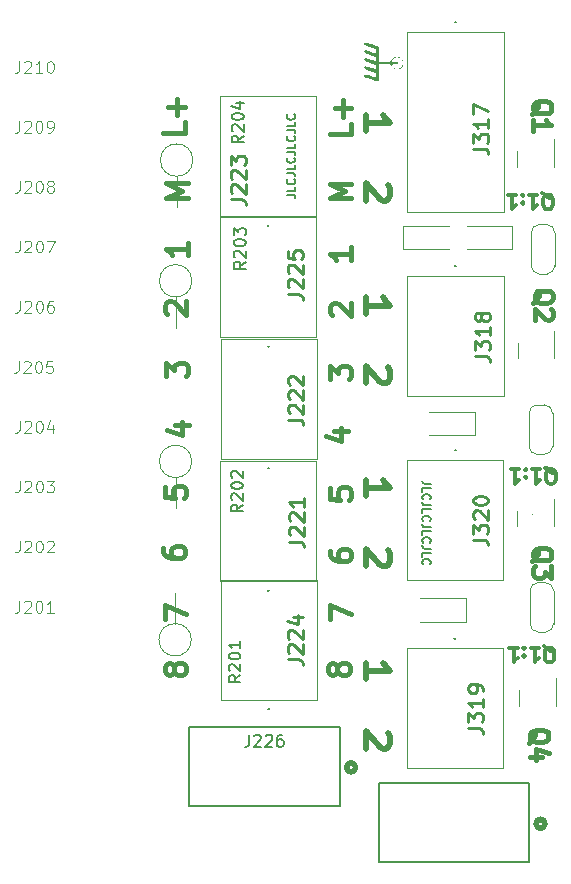
<source format=gbr>
%TF.GenerationSoftware,KiCad,Pcbnew,7.0.10*%
%TF.CreationDate,2024-07-22T08:22:22-04:00*%
%TF.ProjectId,12.X.1 - PLC Connector Combined,31322e58-2e31-4202-9d20-504c4320436f,rev?*%
%TF.SameCoordinates,Original*%
%TF.FileFunction,Legend,Top*%
%TF.FilePolarity,Positive*%
%FSLAX46Y46*%
G04 Gerber Fmt 4.6, Leading zero omitted, Abs format (unit mm)*
G04 Created by KiCad (PCBNEW 7.0.10) date 2024-07-22 08:22:22*
%MOMM*%
%LPD*%
G01*
G04 APERTURE LIST*
%ADD10C,0.000000*%
%ADD11C,0.006614*%
%ADD12C,0.457200*%
%ADD13C,0.381000*%
%ADD14C,0.508000*%
%ADD15C,0.300000*%
%ADD16C,0.177800*%
%ADD17C,0.150000*%
%ADD18C,0.254000*%
%ADD19C,0.100000*%
%ADD20C,0.152400*%
%ADD21C,0.120000*%
%ADD22C,0.200000*%
G04 APERTURE END LIST*
D10*
G36*
X145858058Y-69779050D02*
G01*
X145884412Y-69781368D01*
X145914843Y-69785701D01*
X145949576Y-69792096D01*
X146032847Y-69811258D01*
X146136024Y-69839225D01*
X146260906Y-69876370D01*
X146409289Y-69923065D01*
X146975498Y-70108273D01*
X146991373Y-70753856D01*
X147007247Y-71399440D01*
X147504664Y-71399440D01*
X147583510Y-71399297D01*
X147653720Y-71398799D01*
X147715837Y-71397835D01*
X147770405Y-71396298D01*
X147795027Y-71395280D01*
X147817966Y-71394078D01*
X147839288Y-71392679D01*
X147859061Y-71391068D01*
X147877354Y-71389233D01*
X147894235Y-71387159D01*
X147909770Y-71384833D01*
X147924029Y-71382242D01*
X147937078Y-71379371D01*
X147948986Y-71376208D01*
X147959820Y-71372739D01*
X147969649Y-71368950D01*
X147978539Y-71364828D01*
X147986560Y-71360359D01*
X147993778Y-71355530D01*
X148000262Y-71350326D01*
X148006079Y-71344735D01*
X148011297Y-71338743D01*
X148015985Y-71332336D01*
X148020209Y-71325501D01*
X148024038Y-71318224D01*
X148027539Y-71310491D01*
X148030781Y-71302290D01*
X148033831Y-71293606D01*
X148039313Y-71277332D01*
X148045816Y-71261263D01*
X148053305Y-71245422D01*
X148061746Y-71229827D01*
X148081351Y-71199461D01*
X148104359Y-71170327D01*
X148130498Y-71142588D01*
X148159498Y-71116408D01*
X148191086Y-71091948D01*
X148224992Y-71069372D01*
X148260945Y-71048842D01*
X148298673Y-71030521D01*
X148337904Y-71014573D01*
X148378368Y-71001159D01*
X148419793Y-70990443D01*
X148461908Y-70982586D01*
X148504442Y-70977753D01*
X148536539Y-70976515D01*
X148547123Y-70976106D01*
X148576047Y-70976551D01*
X148603398Y-70977925D01*
X148629338Y-70980292D01*
X148654031Y-70983713D01*
X148677638Y-70988250D01*
X148700323Y-70993966D01*
X148722248Y-71000921D01*
X148743576Y-71009179D01*
X148764470Y-71018801D01*
X148785093Y-71029850D01*
X148805607Y-71042386D01*
X148826175Y-71056473D01*
X148846961Y-71072173D01*
X148868126Y-71089546D01*
X148889834Y-71108656D01*
X148912248Y-71129565D01*
X148934028Y-71151922D01*
X148953785Y-71173490D01*
X148971604Y-71194468D01*
X148987571Y-71215058D01*
X149001771Y-71235462D01*
X149014288Y-71255882D01*
X149025208Y-71276519D01*
X149034617Y-71297575D01*
X149042600Y-71319251D01*
X149049242Y-71341748D01*
X149054628Y-71365268D01*
X149058843Y-71390014D01*
X149061974Y-71416185D01*
X149064104Y-71443985D01*
X149065320Y-71473613D01*
X149065706Y-71505273D01*
X149065059Y-71533328D01*
X149063138Y-71560922D01*
X149059968Y-71588025D01*
X149055577Y-71614610D01*
X149049993Y-71640648D01*
X149043242Y-71666112D01*
X149035352Y-71690973D01*
X149026349Y-71715203D01*
X149016261Y-71738775D01*
X149005115Y-71761659D01*
X148992938Y-71783828D01*
X148979758Y-71805255D01*
X148965600Y-71825909D01*
X148950493Y-71845765D01*
X148934464Y-71864793D01*
X148917539Y-71882966D01*
X148899746Y-71900254D01*
X148881112Y-71916631D01*
X148861665Y-71932069D01*
X148841430Y-71946538D01*
X148820436Y-71960011D01*
X148798709Y-71972460D01*
X148776277Y-71983857D01*
X148753167Y-71994173D01*
X148729405Y-72003381D01*
X148705020Y-72011453D01*
X148680038Y-72018359D01*
X148654486Y-72024073D01*
X148628391Y-72028566D01*
X148601781Y-72031810D01*
X148574682Y-72033778D01*
X148547123Y-72034439D01*
X148525781Y-72034024D01*
X148504442Y-72032792D01*
X148483140Y-72030764D01*
X148461908Y-72027959D01*
X148440781Y-72024399D01*
X148419793Y-72020103D01*
X148398977Y-72015092D01*
X148378368Y-72009387D01*
X148357999Y-72003007D01*
X148337904Y-71995973D01*
X148318117Y-71988305D01*
X148298673Y-71980024D01*
X148279604Y-71971150D01*
X148260945Y-71961704D01*
X148242730Y-71951705D01*
X148224992Y-71941174D01*
X148207767Y-71930131D01*
X148191086Y-71918598D01*
X148174985Y-71906593D01*
X148159498Y-71894138D01*
X148144657Y-71881253D01*
X148130498Y-71867957D01*
X148117054Y-71854273D01*
X148104359Y-71840219D01*
X148092447Y-71825816D01*
X148081351Y-71811085D01*
X148071107Y-71796046D01*
X148061746Y-71780718D01*
X148053305Y-71765124D01*
X148045816Y-71749282D01*
X148039313Y-71733214D01*
X148033831Y-71716939D01*
X148027538Y-71700054D01*
X148020199Y-71685045D01*
X148011263Y-71671803D01*
X148008882Y-71669315D01*
X148060289Y-71669315D01*
X148060961Y-71674940D01*
X148062935Y-71681820D01*
X148066149Y-71689848D01*
X148070542Y-71698915D01*
X148076051Y-71708912D01*
X148082613Y-71719730D01*
X148090169Y-71731262D01*
X148098654Y-71743398D01*
X148108007Y-71756030D01*
X148118167Y-71769050D01*
X148129071Y-71782349D01*
X148140656Y-71795818D01*
X148152862Y-71809350D01*
X148165626Y-71822835D01*
X148178887Y-71836165D01*
X148192581Y-71849231D01*
X148210396Y-71867286D01*
X148228196Y-71883782D01*
X148246089Y-71898775D01*
X148264184Y-71912318D01*
X148282588Y-71924466D01*
X148301411Y-71935272D01*
X148320762Y-71944793D01*
X148340748Y-71953080D01*
X148361478Y-71960190D01*
X148383060Y-71966175D01*
X148405604Y-71971091D01*
X148429218Y-71974991D01*
X148454009Y-71977930D01*
X148480088Y-71979962D01*
X148507562Y-71981142D01*
X148536539Y-71981523D01*
X148565517Y-71981142D01*
X148592991Y-71979962D01*
X148619069Y-71977930D01*
X148643861Y-71974991D01*
X148667474Y-71971091D01*
X148690018Y-71966175D01*
X148711601Y-71960190D01*
X148732331Y-71953080D01*
X148752317Y-71944793D01*
X148771667Y-71935272D01*
X148790490Y-71924466D01*
X148808895Y-71912318D01*
X148826989Y-71898775D01*
X148844882Y-71883782D01*
X148862682Y-71867286D01*
X148880498Y-71849231D01*
X148898552Y-71831416D01*
X148915048Y-71813616D01*
X148930041Y-71795723D01*
X148943584Y-71777628D01*
X148955732Y-71759224D01*
X148966539Y-71740401D01*
X148976059Y-71721050D01*
X148984347Y-71701065D01*
X148991456Y-71680335D01*
X148997441Y-71658752D01*
X149002357Y-71636208D01*
X149006257Y-71612594D01*
X149009196Y-71587803D01*
X149011229Y-71561724D01*
X149012408Y-71534250D01*
X149012789Y-71505273D01*
X149012264Y-71477835D01*
X149010696Y-71451090D01*
X149008098Y-71425051D01*
X149004480Y-71399729D01*
X148999854Y-71375135D01*
X148994232Y-71351282D01*
X148987626Y-71328181D01*
X148980047Y-71305843D01*
X148971507Y-71284281D01*
X148962017Y-71263505D01*
X148951589Y-71243527D01*
X148940236Y-71224360D01*
X148927967Y-71206014D01*
X148914795Y-71188502D01*
X148900732Y-71171834D01*
X148885789Y-71156023D01*
X148869978Y-71141080D01*
X148853311Y-71127017D01*
X148835798Y-71113845D01*
X148817452Y-71101577D01*
X148798285Y-71090223D01*
X148778307Y-71079795D01*
X148757532Y-71070305D01*
X148735969Y-71061765D01*
X148713631Y-71054186D01*
X148690530Y-71047580D01*
X148666677Y-71041958D01*
X148642083Y-71037333D01*
X148616761Y-71033715D01*
X148590722Y-71031116D01*
X148563977Y-71029548D01*
X148536539Y-71029023D01*
X148507562Y-71029404D01*
X148480088Y-71030584D01*
X148454009Y-71032616D01*
X148429218Y-71035555D01*
X148405604Y-71039455D01*
X148383060Y-71044371D01*
X148361478Y-71050356D01*
X148340748Y-71057466D01*
X148320762Y-71065753D01*
X148301411Y-71075273D01*
X148282588Y-71086080D01*
X148264184Y-71098228D01*
X148246089Y-71111771D01*
X148228196Y-71126764D01*
X148210396Y-71143260D01*
X148192581Y-71161314D01*
X148178887Y-71174381D01*
X148165626Y-71187711D01*
X148152862Y-71201196D01*
X148140656Y-71214727D01*
X148129071Y-71228197D01*
X148118167Y-71241496D01*
X148108007Y-71254516D01*
X148098654Y-71267148D01*
X148090169Y-71279284D01*
X148082613Y-71290816D01*
X148076051Y-71301634D01*
X148070542Y-71311631D01*
X148066149Y-71320698D01*
X148062935Y-71328726D01*
X148061789Y-71332316D01*
X148060961Y-71335606D01*
X148060458Y-71338582D01*
X148060289Y-71341231D01*
X148060658Y-71343726D01*
X148061753Y-71346248D01*
X148066046Y-71351349D01*
X148073021Y-71356498D01*
X148082531Y-71361654D01*
X148094428Y-71366779D01*
X148108565Y-71371834D01*
X148124796Y-71376781D01*
X148142972Y-71381580D01*
X148162946Y-71386194D01*
X148184571Y-71390582D01*
X148232186Y-71398530D01*
X148284637Y-71405114D01*
X148340748Y-71410023D01*
X148376975Y-71412197D01*
X148410304Y-71414767D01*
X148425906Y-71416207D01*
X148440811Y-71417755D01*
X148455031Y-71419413D01*
X148468574Y-71421185D01*
X148481451Y-71423073D01*
X148493671Y-71425080D01*
X148505244Y-71427209D01*
X148516179Y-71429464D01*
X148526486Y-71431846D01*
X148536175Y-71434359D01*
X148545255Y-71437005D01*
X148553737Y-71439788D01*
X148561630Y-71442711D01*
X148568943Y-71445776D01*
X148575686Y-71448987D01*
X148581870Y-71452346D01*
X148587503Y-71455856D01*
X148592595Y-71459520D01*
X148597157Y-71463341D01*
X148601197Y-71467322D01*
X148604725Y-71471465D01*
X148607752Y-71475775D01*
X148610286Y-71480253D01*
X148612338Y-71484902D01*
X148613917Y-71489726D01*
X148615033Y-71494727D01*
X148615696Y-71499908D01*
X148615914Y-71505273D01*
X148615033Y-71515819D01*
X148612338Y-71525644D01*
X148607752Y-71534771D01*
X148601197Y-71543224D01*
X148592595Y-71551026D01*
X148581870Y-71558200D01*
X148568943Y-71564769D01*
X148553737Y-71570757D01*
X148536175Y-71576187D01*
X148516179Y-71581082D01*
X148493671Y-71585466D01*
X148468574Y-71589361D01*
X148440811Y-71592791D01*
X148410304Y-71595779D01*
X148376975Y-71598349D01*
X148340748Y-71600523D01*
X148312309Y-71602749D01*
X148284637Y-71605432D01*
X148257881Y-71608534D01*
X148232186Y-71612016D01*
X148207700Y-71615838D01*
X148184571Y-71619964D01*
X148162946Y-71624352D01*
X148142972Y-71628966D01*
X148124796Y-71633765D01*
X148108565Y-71638712D01*
X148094428Y-71643767D01*
X148082531Y-71648892D01*
X148077468Y-71651469D01*
X148073021Y-71654048D01*
X148069207Y-71656626D01*
X148066046Y-71659196D01*
X148063555Y-71661755D01*
X148061753Y-71664298D01*
X148060658Y-71666819D01*
X148060289Y-71669315D01*
X148008882Y-71669315D01*
X148000179Y-71660219D01*
X147986398Y-71650186D01*
X147969370Y-71641595D01*
X147948543Y-71634337D01*
X147923367Y-71628304D01*
X147893293Y-71623387D01*
X147857769Y-71619478D01*
X147816246Y-71616468D01*
X147768173Y-71614248D01*
X147650175Y-71611747D01*
X147499373Y-71611106D01*
X147001956Y-71611106D01*
X147001956Y-72299023D01*
X147001764Y-72398437D01*
X147001160Y-72488603D01*
X147000107Y-72569948D01*
X146998566Y-72642898D01*
X146996498Y-72707880D01*
X146993863Y-72765320D01*
X146990625Y-72815644D01*
X146986742Y-72859278D01*
X146984548Y-72878720D01*
X146982178Y-72896649D01*
X146979628Y-72913119D01*
X146976893Y-72928183D01*
X146973968Y-72941895D01*
X146970848Y-72954307D01*
X146967529Y-72965473D01*
X146964005Y-72975447D01*
X146960272Y-72984281D01*
X146956324Y-72992028D01*
X146952158Y-72998743D01*
X146947768Y-73004478D01*
X146943149Y-73009287D01*
X146938297Y-73013223D01*
X146933206Y-73016340D01*
X146927873Y-73018689D01*
X146915266Y-73021531D01*
X146897527Y-73022198D01*
X146848074Y-73017491D01*
X146782358Y-73005527D01*
X146703225Y-72987270D01*
X146613518Y-72963680D01*
X146516084Y-72935718D01*
X146309409Y-72870523D01*
X146105959Y-72799375D01*
X145928492Y-72729963D01*
X145856614Y-72698311D01*
X145799766Y-72669977D01*
X145760793Y-72645921D01*
X145748898Y-72635799D01*
X145742539Y-72627106D01*
X145740804Y-72619923D01*
X145739573Y-72612306D01*
X145738854Y-72604317D01*
X145738653Y-72596018D01*
X145738980Y-72587470D01*
X145739842Y-72578737D01*
X145741246Y-72569880D01*
X145743201Y-72560960D01*
X145745714Y-72552041D01*
X145748792Y-72543184D01*
X145752444Y-72534450D01*
X145756678Y-72525903D01*
X145761501Y-72517604D01*
X145766920Y-72509615D01*
X145772945Y-72501997D01*
X145776186Y-72498348D01*
X145779581Y-72494814D01*
X145793229Y-72486553D01*
X145814101Y-72481554D01*
X145841856Y-72479734D01*
X145876154Y-72481006D01*
X145916653Y-72485287D01*
X145963012Y-72492489D01*
X146071946Y-72515320D01*
X146200227Y-72548816D01*
X146345128Y-72592297D01*
X146503919Y-72645079D01*
X146673873Y-72706481D01*
X146681562Y-72709518D01*
X146685221Y-72710337D01*
X146688756Y-72710688D01*
X146692166Y-72710569D01*
X146695453Y-72709981D01*
X146698615Y-72708922D01*
X146701654Y-72707391D01*
X146704568Y-72705387D01*
X146707359Y-72702909D01*
X146712568Y-72696528D01*
X146717281Y-72688241D01*
X146721498Y-72678038D01*
X146725218Y-72665914D01*
X146728443Y-72651859D01*
X146731171Y-72635867D01*
X146733404Y-72617928D01*
X146735140Y-72598037D01*
X146736380Y-72576184D01*
X146737125Y-72552363D01*
X146737373Y-72526564D01*
X146737373Y-72320190D01*
X146255831Y-72166731D01*
X146170720Y-72138680D01*
X146093856Y-72111985D01*
X146058459Y-72099105D01*
X146025054Y-72086515D01*
X145993618Y-72074198D01*
X145964128Y-72062138D01*
X145936560Y-72050318D01*
X145910891Y-72038722D01*
X145887098Y-72027334D01*
X145865157Y-72016136D01*
X145845046Y-72005112D01*
X145826741Y-71994247D01*
X145810219Y-71983523D01*
X145795456Y-71972924D01*
X145782430Y-71962433D01*
X145771116Y-71952035D01*
X145761493Y-71941712D01*
X145753536Y-71931448D01*
X145747223Y-71921227D01*
X145742529Y-71911032D01*
X145739432Y-71900847D01*
X145737909Y-71890655D01*
X145737936Y-71880440D01*
X145739491Y-71870185D01*
X145742548Y-71859874D01*
X145747087Y-71849490D01*
X145753083Y-71839017D01*
X145760512Y-71828438D01*
X145769353Y-71817737D01*
X145779581Y-71806898D01*
X145793229Y-71798636D01*
X145814101Y-71793638D01*
X145841856Y-71791817D01*
X145876154Y-71793090D01*
X145916653Y-71797370D01*
X145963012Y-71804572D01*
X146071946Y-71827403D01*
X146200227Y-71860900D01*
X146345128Y-71904380D01*
X146503919Y-71957163D01*
X146673873Y-72018565D01*
X146681562Y-72021602D01*
X146685221Y-72022420D01*
X146688756Y-72022771D01*
X146692166Y-72022653D01*
X146695453Y-72022064D01*
X146698615Y-72021005D01*
X146701654Y-72019474D01*
X146704568Y-72017470D01*
X146707359Y-72014992D01*
X146712568Y-72008612D01*
X146717281Y-72000324D01*
X146721498Y-71990122D01*
X146725218Y-71977997D01*
X146728443Y-71963943D01*
X146731171Y-71947950D01*
X146733404Y-71930012D01*
X146735140Y-71910120D01*
X146736380Y-71888268D01*
X146737125Y-71864446D01*
X146737373Y-71838648D01*
X146737373Y-71632273D01*
X146255831Y-71478815D01*
X146170720Y-71450763D01*
X146093856Y-71424069D01*
X146058459Y-71411189D01*
X146025054Y-71398598D01*
X145993618Y-71386282D01*
X145964128Y-71374221D01*
X145936560Y-71362402D01*
X145910891Y-71350806D01*
X145887098Y-71339417D01*
X145865157Y-71328219D01*
X145845046Y-71317196D01*
X145826741Y-71306330D01*
X145810219Y-71295606D01*
X145795456Y-71285007D01*
X145782430Y-71274517D01*
X145771116Y-71264118D01*
X145761493Y-71253795D01*
X145753536Y-71243532D01*
X145747223Y-71233311D01*
X145742529Y-71223116D01*
X145739432Y-71212930D01*
X145737909Y-71202738D01*
X145737936Y-71192523D01*
X145739491Y-71182268D01*
X145742548Y-71171957D01*
X145747087Y-71161573D01*
X145753083Y-71151100D01*
X145760512Y-71140521D01*
X145769353Y-71129821D01*
X145779581Y-71118981D01*
X145793228Y-71110719D01*
X145814091Y-71105721D01*
X145841821Y-71103901D01*
X145876071Y-71105173D01*
X145916491Y-71109453D01*
X145962733Y-71116656D01*
X146071284Y-71139486D01*
X146198935Y-71172983D01*
X146342896Y-71216464D01*
X146500374Y-71269246D01*
X146668581Y-71330648D01*
X146677202Y-71333748D01*
X146681282Y-71334648D01*
X146685210Y-71335113D01*
X146688988Y-71335144D01*
X146692614Y-71334741D01*
X146696092Y-71333903D01*
X146699421Y-71332632D01*
X146702604Y-71330927D01*
X146705639Y-71328788D01*
X146708530Y-71326214D01*
X146711276Y-71323206D01*
X146713879Y-71319765D01*
X146716339Y-71315889D01*
X146720836Y-71306835D01*
X146724775Y-71296045D01*
X146728164Y-71283519D01*
X146731010Y-71269256D01*
X146733321Y-71253257D01*
X146735105Y-71235522D01*
X146736370Y-71216050D01*
X146737123Y-71194842D01*
X146737373Y-71171898D01*
X146737373Y-70986690D01*
X146255831Y-70812065D01*
X146171591Y-70781161D01*
X146095365Y-70751862D01*
X146026985Y-70724035D01*
X145995683Y-70710633D01*
X145966278Y-70697550D01*
X145938749Y-70684769D01*
X145913074Y-70672273D01*
X145889233Y-70660048D01*
X145867204Y-70648075D01*
X145846965Y-70636338D01*
X145828495Y-70624822D01*
X145811774Y-70613508D01*
X145796779Y-70602382D01*
X145783489Y-70591427D01*
X145771884Y-70580625D01*
X145761941Y-70569961D01*
X145753639Y-70559419D01*
X145746958Y-70548980D01*
X145741875Y-70538630D01*
X145738370Y-70528352D01*
X145736421Y-70518129D01*
X145736007Y-70507945D01*
X145737106Y-70497783D01*
X145739697Y-70487627D01*
X145743759Y-70477460D01*
X145749271Y-70467266D01*
X145756210Y-70457028D01*
X145764557Y-70446731D01*
X145774289Y-70436356D01*
X145783426Y-70429290D01*
X145795043Y-70423975D01*
X145809264Y-70420427D01*
X145826214Y-70418662D01*
X145846016Y-70418696D01*
X145868795Y-70420543D01*
X145894675Y-70424220D01*
X145923779Y-70429742D01*
X145956232Y-70437124D01*
X145992157Y-70446382D01*
X146074922Y-70470587D01*
X146173066Y-70502481D01*
X146287581Y-70542190D01*
X146737373Y-70706231D01*
X146737373Y-70309356D01*
X146255831Y-70155898D01*
X146170720Y-70127847D01*
X146093856Y-70101152D01*
X146058459Y-70088272D01*
X146025054Y-70075682D01*
X145993618Y-70063365D01*
X145964128Y-70051305D01*
X145936560Y-70039485D01*
X145910891Y-70027889D01*
X145887098Y-70016500D01*
X145865157Y-70005303D01*
X145845046Y-69994279D01*
X145826741Y-69983414D01*
X145810219Y-69972690D01*
X145795456Y-69962091D01*
X145782430Y-69951600D01*
X145771116Y-69941202D01*
X145761493Y-69930879D01*
X145753536Y-69920615D01*
X145747223Y-69910394D01*
X145742529Y-69900199D01*
X145739432Y-69890014D01*
X145737909Y-69879822D01*
X145737936Y-69869607D01*
X145739491Y-69859351D01*
X145742548Y-69849040D01*
X145747087Y-69838656D01*
X145753083Y-69828183D01*
X145760512Y-69817605D01*
X145769353Y-69806904D01*
X145779581Y-69796065D01*
X145788920Y-69789003D01*
X145801213Y-69783724D01*
X145816684Y-69780275D01*
X145835557Y-69778701D01*
X145858058Y-69779050D01*
G37*
D11*
X159964251Y-109670999D02*
X159931442Y-109649303D01*
D12*
X128858864Y-118597823D02*
X128858864Y-117378623D01*
X128858864Y-117378623D02*
X130687664Y-118162395D01*
X128858864Y-107392795D02*
X128858864Y-108263652D01*
X128858864Y-108263652D02*
X129729721Y-108350738D01*
X129729721Y-108350738D02*
X129642636Y-108263652D01*
X129642636Y-108263652D02*
X129555550Y-108089481D01*
X129555550Y-108089481D02*
X129555550Y-107654052D01*
X129555550Y-107654052D02*
X129642636Y-107479881D01*
X129642636Y-107479881D02*
X129729721Y-107392795D01*
X129729721Y-107392795D02*
X129903893Y-107305709D01*
X129903893Y-107305709D02*
X130339321Y-107305709D01*
X130339321Y-107305709D02*
X130513493Y-107392795D01*
X130513493Y-107392795D02*
X130600579Y-107479881D01*
X130600579Y-107479881D02*
X130687664Y-107654052D01*
X130687664Y-107654052D02*
X130687664Y-108089481D01*
X130687664Y-108089481D02*
X130600579Y-108263652D01*
X130600579Y-108263652D02*
X130513493Y-108350738D01*
D13*
X160040803Y-91859888D02*
X160113375Y-91714745D01*
X160113375Y-91714745D02*
X160258518Y-91569602D01*
X160258518Y-91569602D02*
X160476232Y-91351888D01*
X160476232Y-91351888D02*
X160548803Y-91206745D01*
X160548803Y-91206745D02*
X160548803Y-91061602D01*
X160185946Y-91134173D02*
X160258518Y-90989031D01*
X160258518Y-90989031D02*
X160403660Y-90843888D01*
X160403660Y-90843888D02*
X160693946Y-90771316D01*
X160693946Y-90771316D02*
X161201946Y-90771316D01*
X161201946Y-90771316D02*
X161492232Y-90843888D01*
X161492232Y-90843888D02*
X161637375Y-90989031D01*
X161637375Y-90989031D02*
X161709946Y-91134173D01*
X161709946Y-91134173D02*
X161709946Y-91424459D01*
X161709946Y-91424459D02*
X161637375Y-91569602D01*
X161637375Y-91569602D02*
X161492232Y-91714745D01*
X161492232Y-91714745D02*
X161201946Y-91787316D01*
X161201946Y-91787316D02*
X160693946Y-91787316D01*
X160693946Y-91787316D02*
X160403660Y-91714745D01*
X160403660Y-91714745D02*
X160258518Y-91569602D01*
X160258518Y-91569602D02*
X160185946Y-91424459D01*
X160185946Y-91424459D02*
X160185946Y-91134173D01*
X161564803Y-92367887D02*
X161637375Y-92440459D01*
X161637375Y-92440459D02*
X161709946Y-92585602D01*
X161709946Y-92585602D02*
X161709946Y-92948459D01*
X161709946Y-92948459D02*
X161637375Y-93093602D01*
X161637375Y-93093602D02*
X161564803Y-93166173D01*
X161564803Y-93166173D02*
X161419660Y-93238744D01*
X161419660Y-93238744D02*
X161274518Y-93238744D01*
X161274518Y-93238744D02*
X161056803Y-93166173D01*
X161056803Y-93166173D02*
X160185946Y-92295316D01*
X160185946Y-92295316D02*
X160185946Y-93238744D01*
D12*
X130814664Y-82910823D02*
X128985864Y-82910823D01*
X128985864Y-82910823D02*
X130292150Y-82301223D01*
X130292150Y-82301223D02*
X128985864Y-81691623D01*
X128985864Y-81691623D02*
X130814664Y-81691623D01*
D13*
X159934428Y-75842513D02*
X160007000Y-75697370D01*
X160007000Y-75697370D02*
X160152143Y-75552227D01*
X160152143Y-75552227D02*
X160369857Y-75334513D01*
X160369857Y-75334513D02*
X160442428Y-75189370D01*
X160442428Y-75189370D02*
X160442428Y-75044227D01*
X160079571Y-75116798D02*
X160152143Y-74971656D01*
X160152143Y-74971656D02*
X160297285Y-74826513D01*
X160297285Y-74826513D02*
X160587571Y-74753941D01*
X160587571Y-74753941D02*
X161095571Y-74753941D01*
X161095571Y-74753941D02*
X161385857Y-74826513D01*
X161385857Y-74826513D02*
X161531000Y-74971656D01*
X161531000Y-74971656D02*
X161603571Y-75116798D01*
X161603571Y-75116798D02*
X161603571Y-75407084D01*
X161603571Y-75407084D02*
X161531000Y-75552227D01*
X161531000Y-75552227D02*
X161385857Y-75697370D01*
X161385857Y-75697370D02*
X161095571Y-75769941D01*
X161095571Y-75769941D02*
X160587571Y-75769941D01*
X160587571Y-75769941D02*
X160297285Y-75697370D01*
X160297285Y-75697370D02*
X160152143Y-75552227D01*
X160152143Y-75552227D02*
X160079571Y-75407084D01*
X160079571Y-75407084D02*
X160079571Y-75116798D01*
X160079571Y-77221369D02*
X160079571Y-76350512D01*
X160079571Y-76785941D02*
X161603571Y-76785941D01*
X161603571Y-76785941D02*
X161385857Y-76640798D01*
X161385857Y-76640798D02*
X161240714Y-76495655D01*
X161240714Y-76495655D02*
X161168143Y-76350512D01*
D12*
X130814664Y-86731709D02*
X130814664Y-87776738D01*
X130814664Y-87254223D02*
X128985864Y-87254223D01*
X128985864Y-87254223D02*
X129247121Y-87428395D01*
X129247121Y-87428395D02*
X129421293Y-87602566D01*
X129421293Y-87602566D02*
X129508379Y-87776738D01*
X142828864Y-98277823D02*
X142828864Y-97145709D01*
X142828864Y-97145709D02*
X143525550Y-97755309D01*
X143525550Y-97755309D02*
X143525550Y-97494052D01*
X143525550Y-97494052D02*
X143612636Y-97319881D01*
X143612636Y-97319881D02*
X143699721Y-97232795D01*
X143699721Y-97232795D02*
X143873893Y-97145709D01*
X143873893Y-97145709D02*
X144309321Y-97145709D01*
X144309321Y-97145709D02*
X144483493Y-97232795D01*
X144483493Y-97232795D02*
X144570579Y-97319881D01*
X144570579Y-97319881D02*
X144657664Y-97494052D01*
X144657664Y-97494052D02*
X144657664Y-98016566D01*
X144657664Y-98016566D02*
X144570579Y-98190738D01*
X144570579Y-98190738D02*
X144483493Y-98277823D01*
X142828864Y-112813881D02*
X142828864Y-113162223D01*
X142828864Y-113162223D02*
X142915950Y-113336395D01*
X142915950Y-113336395D02*
X143003036Y-113423481D01*
X143003036Y-113423481D02*
X143264293Y-113597652D01*
X143264293Y-113597652D02*
X143612636Y-113684738D01*
X143612636Y-113684738D02*
X144309321Y-113684738D01*
X144309321Y-113684738D02*
X144483493Y-113597652D01*
X144483493Y-113597652D02*
X144570579Y-113510566D01*
X144570579Y-113510566D02*
X144657664Y-113336395D01*
X144657664Y-113336395D02*
X144657664Y-112988052D01*
X144657664Y-112988052D02*
X144570579Y-112813881D01*
X144570579Y-112813881D02*
X144483493Y-112726795D01*
X144483493Y-112726795D02*
X144309321Y-112639709D01*
X144309321Y-112639709D02*
X143873893Y-112639709D01*
X143873893Y-112639709D02*
X143699721Y-112726795D01*
X143699721Y-112726795D02*
X143612636Y-112813881D01*
X143612636Y-112813881D02*
X143525550Y-112988052D01*
X143525550Y-112988052D02*
X143525550Y-113336395D01*
X143525550Y-113336395D02*
X143612636Y-113510566D01*
X143612636Y-113510566D02*
X143699721Y-113597652D01*
X143699721Y-113597652D02*
X143873893Y-113684738D01*
D14*
X145924345Y-77255332D02*
X145924345Y-75890989D01*
X145924345Y-76573161D02*
X147956345Y-76573161D01*
X147956345Y-76573161D02*
X147666059Y-76345770D01*
X147666059Y-76345770D02*
X147472535Y-76118380D01*
X147472535Y-76118380D02*
X147375773Y-75890989D01*
X147762821Y-81803142D02*
X147859583Y-81916838D01*
X147859583Y-81916838D02*
X147956345Y-82144228D01*
X147956345Y-82144228D02*
X147956345Y-82712704D01*
X147956345Y-82712704D02*
X147859583Y-82940095D01*
X147859583Y-82940095D02*
X147762821Y-83053790D01*
X147762821Y-83053790D02*
X147569297Y-83167485D01*
X147569297Y-83167485D02*
X147375773Y-83167485D01*
X147375773Y-83167485D02*
X147085487Y-83053790D01*
X147085487Y-83053790D02*
X145924345Y-81689447D01*
X145924345Y-81689447D02*
X145924345Y-83167485D01*
X145924345Y-92717886D02*
X145924345Y-91353543D01*
X145924345Y-92035715D02*
X147956345Y-92035715D01*
X147956345Y-92035715D02*
X147666059Y-91808324D01*
X147666059Y-91808324D02*
X147472535Y-91580934D01*
X147472535Y-91580934D02*
X147375773Y-91353543D01*
X147762821Y-97265696D02*
X147859583Y-97379392D01*
X147859583Y-97379392D02*
X147956345Y-97606782D01*
X147956345Y-97606782D02*
X147956345Y-98175258D01*
X147956345Y-98175258D02*
X147859583Y-98402649D01*
X147859583Y-98402649D02*
X147762821Y-98516344D01*
X147762821Y-98516344D02*
X147569297Y-98630039D01*
X147569297Y-98630039D02*
X147375773Y-98630039D01*
X147375773Y-98630039D02*
X147085487Y-98516344D01*
X147085487Y-98516344D02*
X145924345Y-97152001D01*
X145924345Y-97152001D02*
X145924345Y-98630039D01*
X145924345Y-108180440D02*
X145924345Y-106816097D01*
X145924345Y-107498269D02*
X147956345Y-107498269D01*
X147956345Y-107498269D02*
X147666059Y-107270878D01*
X147666059Y-107270878D02*
X147472535Y-107043488D01*
X147472535Y-107043488D02*
X147375773Y-106816097D01*
X147762821Y-112728250D02*
X147859583Y-112841946D01*
X147859583Y-112841946D02*
X147956345Y-113069336D01*
X147956345Y-113069336D02*
X147956345Y-113637812D01*
X147956345Y-113637812D02*
X147859583Y-113865203D01*
X147859583Y-113865203D02*
X147762821Y-113978898D01*
X147762821Y-113978898D02*
X147569297Y-114092593D01*
X147569297Y-114092593D02*
X147375773Y-114092593D01*
X147375773Y-114092593D02*
X147085487Y-113978898D01*
X147085487Y-113978898D02*
X145924345Y-112614555D01*
X145924345Y-112614555D02*
X145924345Y-114092593D01*
X145924345Y-123642994D02*
X145924345Y-122278651D01*
X145924345Y-122960823D02*
X147956345Y-122960823D01*
X147956345Y-122960823D02*
X147666059Y-122733432D01*
X147666059Y-122733432D02*
X147472535Y-122506042D01*
X147472535Y-122506042D02*
X147375773Y-122278651D01*
X147762821Y-128190804D02*
X147859583Y-128304500D01*
X147859583Y-128304500D02*
X147956345Y-128531890D01*
X147956345Y-128531890D02*
X147956345Y-129100366D01*
X147956345Y-129100366D02*
X147859583Y-129327757D01*
X147859583Y-129327757D02*
X147762821Y-129441452D01*
X147762821Y-129441452D02*
X147569297Y-129555147D01*
X147569297Y-129555147D02*
X147375773Y-129555147D01*
X147375773Y-129555147D02*
X147085487Y-129441452D01*
X147085487Y-129441452D02*
X145924345Y-128077109D01*
X145924345Y-128077109D02*
X145924345Y-129555147D01*
D12*
X143003036Y-92856738D02*
X142915950Y-92769652D01*
X142915950Y-92769652D02*
X142828864Y-92595481D01*
X142828864Y-92595481D02*
X142828864Y-92160052D01*
X142828864Y-92160052D02*
X142915950Y-91985881D01*
X142915950Y-91985881D02*
X143003036Y-91898795D01*
X143003036Y-91898795D02*
X143177207Y-91811709D01*
X143177207Y-91811709D02*
X143351379Y-91811709D01*
X143351379Y-91811709D02*
X143612636Y-91898795D01*
X143612636Y-91898795D02*
X144657664Y-92943823D01*
X144657664Y-92943823D02*
X144657664Y-91811709D01*
X142828864Y-107519795D02*
X142828864Y-108390652D01*
X142828864Y-108390652D02*
X143699721Y-108477738D01*
X143699721Y-108477738D02*
X143612636Y-108390652D01*
X143612636Y-108390652D02*
X143525550Y-108216481D01*
X143525550Y-108216481D02*
X143525550Y-107781052D01*
X143525550Y-107781052D02*
X143612636Y-107606881D01*
X143612636Y-107606881D02*
X143699721Y-107519795D01*
X143699721Y-107519795D02*
X143873893Y-107432709D01*
X143873893Y-107432709D02*
X144309321Y-107432709D01*
X144309321Y-107432709D02*
X144483493Y-107519795D01*
X144483493Y-107519795D02*
X144570579Y-107606881D01*
X144570579Y-107606881D02*
X144657664Y-107781052D01*
X144657664Y-107781052D02*
X144657664Y-108216481D01*
X144657664Y-108216481D02*
X144570579Y-108390652D01*
X144570579Y-108390652D02*
X144483493Y-108477738D01*
X143184464Y-102653881D02*
X144403664Y-102653881D01*
X142487779Y-103089309D02*
X143794064Y-103524738D01*
X143794064Y-103524738D02*
X143794064Y-102392623D01*
D15*
X160957930Y-120871527D02*
X161076978Y-120931051D01*
X161076978Y-120931051D02*
X161196025Y-121050099D01*
X161196025Y-121050099D02*
X161374597Y-121228670D01*
X161374597Y-121228670D02*
X161493644Y-121288194D01*
X161493644Y-121288194D02*
X161612692Y-121288194D01*
X161553168Y-120990575D02*
X161672216Y-121050099D01*
X161672216Y-121050099D02*
X161791263Y-121169146D01*
X161791263Y-121169146D02*
X161850787Y-121407241D01*
X161850787Y-121407241D02*
X161850787Y-121823908D01*
X161850787Y-121823908D02*
X161791263Y-122062003D01*
X161791263Y-122062003D02*
X161672216Y-122181051D01*
X161672216Y-122181051D02*
X161553168Y-122240575D01*
X161553168Y-122240575D02*
X161315073Y-122240575D01*
X161315073Y-122240575D02*
X161196025Y-122181051D01*
X161196025Y-122181051D02*
X161076978Y-122062003D01*
X161076978Y-122062003D02*
X161017454Y-121823908D01*
X161017454Y-121823908D02*
X161017454Y-121407241D01*
X161017454Y-121407241D02*
X161076978Y-121169146D01*
X161076978Y-121169146D02*
X161196025Y-121050099D01*
X161196025Y-121050099D02*
X161315073Y-120990575D01*
X161315073Y-120990575D02*
X161553168Y-120990575D01*
X159826978Y-120990575D02*
X160541263Y-120990575D01*
X160184120Y-120990575D02*
X160184120Y-122240575D01*
X160184120Y-122240575D02*
X160303168Y-122062003D01*
X160303168Y-122062003D02*
X160422216Y-121942956D01*
X160422216Y-121942956D02*
X160541263Y-121883432D01*
X159291263Y-121109622D02*
X159231740Y-121050099D01*
X159231740Y-121050099D02*
X159291263Y-120990575D01*
X159291263Y-120990575D02*
X159350787Y-121050099D01*
X159350787Y-121050099D02*
X159291263Y-121109622D01*
X159291263Y-121109622D02*
X159291263Y-120990575D01*
X159291263Y-121764384D02*
X159231740Y-121704860D01*
X159231740Y-121704860D02*
X159291263Y-121645337D01*
X159291263Y-121645337D02*
X159350787Y-121704860D01*
X159350787Y-121704860D02*
X159291263Y-121764384D01*
X159291263Y-121764384D02*
X159291263Y-121645337D01*
X158041264Y-120990575D02*
X158755549Y-120990575D01*
X158398406Y-120990575D02*
X158398406Y-122240575D01*
X158398406Y-122240575D02*
X158517454Y-122062003D01*
X158517454Y-122062003D02*
X158636502Y-121942956D01*
X158636502Y-121942956D02*
X158755549Y-121883432D01*
D13*
X159680428Y-129055513D02*
X159753000Y-128910370D01*
X159753000Y-128910370D02*
X159898143Y-128765227D01*
X159898143Y-128765227D02*
X160115857Y-128547513D01*
X160115857Y-128547513D02*
X160188428Y-128402370D01*
X160188428Y-128402370D02*
X160188428Y-128257227D01*
X159825571Y-128329798D02*
X159898143Y-128184656D01*
X159898143Y-128184656D02*
X160043285Y-128039513D01*
X160043285Y-128039513D02*
X160333571Y-127966941D01*
X160333571Y-127966941D02*
X160841571Y-127966941D01*
X160841571Y-127966941D02*
X161131857Y-128039513D01*
X161131857Y-128039513D02*
X161277000Y-128184656D01*
X161277000Y-128184656D02*
X161349571Y-128329798D01*
X161349571Y-128329798D02*
X161349571Y-128620084D01*
X161349571Y-128620084D02*
X161277000Y-128765227D01*
X161277000Y-128765227D02*
X161131857Y-128910370D01*
X161131857Y-128910370D02*
X160841571Y-128982941D01*
X160841571Y-128982941D02*
X160333571Y-128982941D01*
X160333571Y-128982941D02*
X160043285Y-128910370D01*
X160043285Y-128910370D02*
X159898143Y-128765227D01*
X159898143Y-128765227D02*
X159825571Y-128620084D01*
X159825571Y-128620084D02*
X159825571Y-128329798D01*
X160841571Y-130289227D02*
X159825571Y-130289227D01*
X161422143Y-129926369D02*
X160333571Y-129563512D01*
X160333571Y-129563512D02*
X160333571Y-130506941D01*
D12*
X129642636Y-122988395D02*
X129555550Y-123162566D01*
X129555550Y-123162566D02*
X129468464Y-123249652D01*
X129468464Y-123249652D02*
X129294293Y-123336738D01*
X129294293Y-123336738D02*
X129207207Y-123336738D01*
X129207207Y-123336738D02*
X129033036Y-123249652D01*
X129033036Y-123249652D02*
X128945950Y-123162566D01*
X128945950Y-123162566D02*
X128858864Y-122988395D01*
X128858864Y-122988395D02*
X128858864Y-122640052D01*
X128858864Y-122640052D02*
X128945950Y-122465881D01*
X128945950Y-122465881D02*
X129033036Y-122378795D01*
X129033036Y-122378795D02*
X129207207Y-122291709D01*
X129207207Y-122291709D02*
X129294293Y-122291709D01*
X129294293Y-122291709D02*
X129468464Y-122378795D01*
X129468464Y-122378795D02*
X129555550Y-122465881D01*
X129555550Y-122465881D02*
X129642636Y-122640052D01*
X129642636Y-122640052D02*
X129642636Y-122988395D01*
X129642636Y-122988395D02*
X129729721Y-123162566D01*
X129729721Y-123162566D02*
X129816807Y-123249652D01*
X129816807Y-123249652D02*
X129990979Y-123336738D01*
X129990979Y-123336738D02*
X130339321Y-123336738D01*
X130339321Y-123336738D02*
X130513493Y-123249652D01*
X130513493Y-123249652D02*
X130600579Y-123162566D01*
X130600579Y-123162566D02*
X130687664Y-122988395D01*
X130687664Y-122988395D02*
X130687664Y-122640052D01*
X130687664Y-122640052D02*
X130600579Y-122465881D01*
X130600579Y-122465881D02*
X130513493Y-122378795D01*
X130513493Y-122378795D02*
X130339321Y-122291709D01*
X130339321Y-122291709D02*
X129990979Y-122291709D01*
X129990979Y-122291709D02*
X129816807Y-122378795D01*
X129816807Y-122378795D02*
X129729721Y-122465881D01*
X129729721Y-122465881D02*
X129642636Y-122640052D01*
X128985864Y-98023823D02*
X128985864Y-96891709D01*
X128985864Y-96891709D02*
X129682550Y-97501309D01*
X129682550Y-97501309D02*
X129682550Y-97240052D01*
X129682550Y-97240052D02*
X129769636Y-97065881D01*
X129769636Y-97065881D02*
X129856721Y-96978795D01*
X129856721Y-96978795D02*
X130030893Y-96891709D01*
X130030893Y-96891709D02*
X130466321Y-96891709D01*
X130466321Y-96891709D02*
X130640493Y-96978795D01*
X130640493Y-96978795D02*
X130727579Y-97065881D01*
X130727579Y-97065881D02*
X130814664Y-97240052D01*
X130814664Y-97240052D02*
X130814664Y-97762566D01*
X130814664Y-97762566D02*
X130727579Y-97936738D01*
X130727579Y-97936738D02*
X130640493Y-98023823D01*
X128731864Y-112559881D02*
X128731864Y-112908223D01*
X128731864Y-112908223D02*
X128818950Y-113082395D01*
X128818950Y-113082395D02*
X128906036Y-113169481D01*
X128906036Y-113169481D02*
X129167293Y-113343652D01*
X129167293Y-113343652D02*
X129515636Y-113430738D01*
X129515636Y-113430738D02*
X130212321Y-113430738D01*
X130212321Y-113430738D02*
X130386493Y-113343652D01*
X130386493Y-113343652D02*
X130473579Y-113256566D01*
X130473579Y-113256566D02*
X130560664Y-113082395D01*
X130560664Y-113082395D02*
X130560664Y-112734052D01*
X130560664Y-112734052D02*
X130473579Y-112559881D01*
X130473579Y-112559881D02*
X130386493Y-112472795D01*
X130386493Y-112472795D02*
X130212321Y-112385709D01*
X130212321Y-112385709D02*
X129776893Y-112385709D01*
X129776893Y-112385709D02*
X129602721Y-112472795D01*
X129602721Y-112472795D02*
X129515636Y-112559881D01*
X129515636Y-112559881D02*
X129428550Y-112734052D01*
X129428550Y-112734052D02*
X129428550Y-113082395D01*
X129428550Y-113082395D02*
X129515636Y-113256566D01*
X129515636Y-113256566D02*
X129602721Y-113343652D01*
X129602721Y-113343652D02*
X129776893Y-113430738D01*
X142828864Y-118597823D02*
X142828864Y-117378623D01*
X142828864Y-117378623D02*
X144657664Y-118162395D01*
X130560664Y-76517281D02*
X130560664Y-77388138D01*
X130560664Y-77388138D02*
X128731864Y-77388138D01*
X129863979Y-75907681D02*
X129863979Y-74514310D01*
X130560664Y-75210995D02*
X129167293Y-75210995D01*
X143485636Y-122988395D02*
X143398550Y-123162566D01*
X143398550Y-123162566D02*
X143311464Y-123249652D01*
X143311464Y-123249652D02*
X143137293Y-123336738D01*
X143137293Y-123336738D02*
X143050207Y-123336738D01*
X143050207Y-123336738D02*
X142876036Y-123249652D01*
X142876036Y-123249652D02*
X142788950Y-123162566D01*
X142788950Y-123162566D02*
X142701864Y-122988395D01*
X142701864Y-122988395D02*
X142701864Y-122640052D01*
X142701864Y-122640052D02*
X142788950Y-122465881D01*
X142788950Y-122465881D02*
X142876036Y-122378795D01*
X142876036Y-122378795D02*
X143050207Y-122291709D01*
X143050207Y-122291709D02*
X143137293Y-122291709D01*
X143137293Y-122291709D02*
X143311464Y-122378795D01*
X143311464Y-122378795D02*
X143398550Y-122465881D01*
X143398550Y-122465881D02*
X143485636Y-122640052D01*
X143485636Y-122640052D02*
X143485636Y-122988395D01*
X143485636Y-122988395D02*
X143572721Y-123162566D01*
X143572721Y-123162566D02*
X143659807Y-123249652D01*
X143659807Y-123249652D02*
X143833979Y-123336738D01*
X143833979Y-123336738D02*
X144182321Y-123336738D01*
X144182321Y-123336738D02*
X144356493Y-123249652D01*
X144356493Y-123249652D02*
X144443579Y-123162566D01*
X144443579Y-123162566D02*
X144530664Y-122988395D01*
X144530664Y-122988395D02*
X144530664Y-122640052D01*
X144530664Y-122640052D02*
X144443579Y-122465881D01*
X144443579Y-122465881D02*
X144356493Y-122378795D01*
X144356493Y-122378795D02*
X144182321Y-122291709D01*
X144182321Y-122291709D02*
X143833979Y-122291709D01*
X143833979Y-122291709D02*
X143659807Y-122378795D01*
X143659807Y-122378795D02*
X143572721Y-122465881D01*
X143572721Y-122465881D02*
X143485636Y-122640052D01*
X144657664Y-82934611D02*
X142828864Y-82934611D01*
X142828864Y-82934611D02*
X144135150Y-82325011D01*
X144135150Y-82325011D02*
X142828864Y-81715411D01*
X142828864Y-81715411D02*
X144657664Y-81715411D01*
X144657664Y-87112709D02*
X144657664Y-88157738D01*
X144657664Y-87635223D02*
X142828864Y-87635223D01*
X142828864Y-87635223D02*
X143090121Y-87809395D01*
X143090121Y-87809395D02*
X143264293Y-87983566D01*
X143264293Y-87983566D02*
X143351379Y-88157738D01*
D13*
X159934428Y-113688513D02*
X160007000Y-113543370D01*
X160007000Y-113543370D02*
X160152143Y-113398227D01*
X160152143Y-113398227D02*
X160369857Y-113180513D01*
X160369857Y-113180513D02*
X160442428Y-113035370D01*
X160442428Y-113035370D02*
X160442428Y-112890227D01*
X160079571Y-112962798D02*
X160152143Y-112817656D01*
X160152143Y-112817656D02*
X160297285Y-112672513D01*
X160297285Y-112672513D02*
X160587571Y-112599941D01*
X160587571Y-112599941D02*
X161095571Y-112599941D01*
X161095571Y-112599941D02*
X161385857Y-112672513D01*
X161385857Y-112672513D02*
X161531000Y-112817656D01*
X161531000Y-112817656D02*
X161603571Y-112962798D01*
X161603571Y-112962798D02*
X161603571Y-113253084D01*
X161603571Y-113253084D02*
X161531000Y-113398227D01*
X161531000Y-113398227D02*
X161385857Y-113543370D01*
X161385857Y-113543370D02*
X161095571Y-113615941D01*
X161095571Y-113615941D02*
X160587571Y-113615941D01*
X160587571Y-113615941D02*
X160297285Y-113543370D01*
X160297285Y-113543370D02*
X160152143Y-113398227D01*
X160152143Y-113398227D02*
X160079571Y-113253084D01*
X160079571Y-113253084D02*
X160079571Y-112962798D01*
X161603571Y-114123941D02*
X161603571Y-115067369D01*
X161603571Y-115067369D02*
X161023000Y-114559369D01*
X161023000Y-114559369D02*
X161023000Y-114777084D01*
X161023000Y-114777084D02*
X160950428Y-114922227D01*
X160950428Y-114922227D02*
X160877857Y-114994798D01*
X160877857Y-114994798D02*
X160732714Y-115067369D01*
X160732714Y-115067369D02*
X160369857Y-115067369D01*
X160369857Y-115067369D02*
X160224714Y-114994798D01*
X160224714Y-114994798D02*
X160152143Y-114922227D01*
X160152143Y-114922227D02*
X160079571Y-114777084D01*
X160079571Y-114777084D02*
X160079571Y-114341655D01*
X160079571Y-114341655D02*
X160152143Y-114196512D01*
X160152143Y-114196512D02*
X160224714Y-114123941D01*
D12*
X129033036Y-92729738D02*
X128945950Y-92642652D01*
X128945950Y-92642652D02*
X128858864Y-92468481D01*
X128858864Y-92468481D02*
X128858864Y-92033052D01*
X128858864Y-92033052D02*
X128945950Y-91858881D01*
X128945950Y-91858881D02*
X129033036Y-91771795D01*
X129033036Y-91771795D02*
X129207207Y-91684709D01*
X129207207Y-91684709D02*
X129381379Y-91684709D01*
X129381379Y-91684709D02*
X129642636Y-91771795D01*
X129642636Y-91771795D02*
X130687664Y-92816823D01*
X130687664Y-92816823D02*
X130687664Y-91684709D01*
D15*
X160830930Y-82517527D02*
X160949978Y-82577051D01*
X160949978Y-82577051D02*
X161069025Y-82696099D01*
X161069025Y-82696099D02*
X161247597Y-82874670D01*
X161247597Y-82874670D02*
X161366644Y-82934194D01*
X161366644Y-82934194D02*
X161485692Y-82934194D01*
X161426168Y-82636575D02*
X161545216Y-82696099D01*
X161545216Y-82696099D02*
X161664263Y-82815146D01*
X161664263Y-82815146D02*
X161723787Y-83053241D01*
X161723787Y-83053241D02*
X161723787Y-83469908D01*
X161723787Y-83469908D02*
X161664263Y-83708003D01*
X161664263Y-83708003D02*
X161545216Y-83827051D01*
X161545216Y-83827051D02*
X161426168Y-83886575D01*
X161426168Y-83886575D02*
X161188073Y-83886575D01*
X161188073Y-83886575D02*
X161069025Y-83827051D01*
X161069025Y-83827051D02*
X160949978Y-83708003D01*
X160949978Y-83708003D02*
X160890454Y-83469908D01*
X160890454Y-83469908D02*
X160890454Y-83053241D01*
X160890454Y-83053241D02*
X160949978Y-82815146D01*
X160949978Y-82815146D02*
X161069025Y-82696099D01*
X161069025Y-82696099D02*
X161188073Y-82636575D01*
X161188073Y-82636575D02*
X161426168Y-82636575D01*
X159699978Y-82636575D02*
X160414263Y-82636575D01*
X160057120Y-82636575D02*
X160057120Y-83886575D01*
X160057120Y-83886575D02*
X160176168Y-83708003D01*
X160176168Y-83708003D02*
X160295216Y-83588956D01*
X160295216Y-83588956D02*
X160414263Y-83529432D01*
X159164263Y-82755622D02*
X159104740Y-82696099D01*
X159104740Y-82696099D02*
X159164263Y-82636575D01*
X159164263Y-82636575D02*
X159223787Y-82696099D01*
X159223787Y-82696099D02*
X159164263Y-82755622D01*
X159164263Y-82755622D02*
X159164263Y-82636575D01*
X159164263Y-83410384D02*
X159104740Y-83350860D01*
X159104740Y-83350860D02*
X159164263Y-83291337D01*
X159164263Y-83291337D02*
X159223787Y-83350860D01*
X159223787Y-83350860D02*
X159164263Y-83410384D01*
X159164263Y-83410384D02*
X159164263Y-83291337D01*
X157914264Y-82636575D02*
X158628549Y-82636575D01*
X158271406Y-82636575D02*
X158271406Y-83886575D01*
X158271406Y-83886575D02*
X158390454Y-83708003D01*
X158390454Y-83708003D02*
X158509502Y-83588956D01*
X158509502Y-83588956D02*
X158628549Y-83529432D01*
D12*
X129722464Y-102145881D02*
X130941664Y-102145881D01*
X129025779Y-102581309D02*
X130332064Y-103016738D01*
X130332064Y-103016738D02*
X130332064Y-101884623D01*
X144657664Y-76644281D02*
X144657664Y-77515138D01*
X144657664Y-77515138D02*
X142828864Y-77515138D01*
X143960979Y-76034681D02*
X143960979Y-74641310D01*
X144657664Y-75337995D02*
X143264293Y-75337995D01*
D15*
X161084930Y-105758527D02*
X161203978Y-105818051D01*
X161203978Y-105818051D02*
X161323025Y-105937099D01*
X161323025Y-105937099D02*
X161501597Y-106115670D01*
X161501597Y-106115670D02*
X161620644Y-106175194D01*
X161620644Y-106175194D02*
X161739692Y-106175194D01*
X161680168Y-105877575D02*
X161799216Y-105937099D01*
X161799216Y-105937099D02*
X161918263Y-106056146D01*
X161918263Y-106056146D02*
X161977787Y-106294241D01*
X161977787Y-106294241D02*
X161977787Y-106710908D01*
X161977787Y-106710908D02*
X161918263Y-106949003D01*
X161918263Y-106949003D02*
X161799216Y-107068051D01*
X161799216Y-107068051D02*
X161680168Y-107127575D01*
X161680168Y-107127575D02*
X161442073Y-107127575D01*
X161442073Y-107127575D02*
X161323025Y-107068051D01*
X161323025Y-107068051D02*
X161203978Y-106949003D01*
X161203978Y-106949003D02*
X161144454Y-106710908D01*
X161144454Y-106710908D02*
X161144454Y-106294241D01*
X161144454Y-106294241D02*
X161203978Y-106056146D01*
X161203978Y-106056146D02*
X161323025Y-105937099D01*
X161323025Y-105937099D02*
X161442073Y-105877575D01*
X161442073Y-105877575D02*
X161680168Y-105877575D01*
X159953978Y-105877575D02*
X160668263Y-105877575D01*
X160311120Y-105877575D02*
X160311120Y-107127575D01*
X160311120Y-107127575D02*
X160430168Y-106949003D01*
X160430168Y-106949003D02*
X160549216Y-106829956D01*
X160549216Y-106829956D02*
X160668263Y-106770432D01*
X159418263Y-105996622D02*
X159358740Y-105937099D01*
X159358740Y-105937099D02*
X159418263Y-105877575D01*
X159418263Y-105877575D02*
X159477787Y-105937099D01*
X159477787Y-105937099D02*
X159418263Y-105996622D01*
X159418263Y-105996622D02*
X159418263Y-105877575D01*
X159418263Y-106651384D02*
X159358740Y-106591860D01*
X159358740Y-106591860D02*
X159418263Y-106532337D01*
X159418263Y-106532337D02*
X159477787Y-106591860D01*
X159477787Y-106591860D02*
X159418263Y-106651384D01*
X159418263Y-106651384D02*
X159418263Y-106532337D01*
X158168264Y-105877575D02*
X158882549Y-105877575D01*
X158525406Y-105877575D02*
X158525406Y-107127575D01*
X158525406Y-107127575D02*
X158644454Y-106949003D01*
X158644454Y-106949003D02*
X158763502Y-106829956D01*
X158763502Y-106829956D02*
X158882549Y-106770432D01*
D16*
X151374682Y-107122932D02*
X150866682Y-107122932D01*
X150866682Y-107122932D02*
X150765082Y-107089065D01*
X150765082Y-107089065D02*
X150697349Y-107021332D01*
X150697349Y-107021332D02*
X150663482Y-106919732D01*
X150663482Y-106919732D02*
X150663482Y-106851999D01*
X150663482Y-107800266D02*
X150663482Y-107461599D01*
X150663482Y-107461599D02*
X151374682Y-107461599D01*
X150731215Y-108443732D02*
X150697349Y-108409865D01*
X150697349Y-108409865D02*
X150663482Y-108308265D01*
X150663482Y-108308265D02*
X150663482Y-108240532D01*
X150663482Y-108240532D02*
X150697349Y-108138932D01*
X150697349Y-108138932D02*
X150765082Y-108071199D01*
X150765082Y-108071199D02*
X150832815Y-108037332D01*
X150832815Y-108037332D02*
X150968282Y-108003465D01*
X150968282Y-108003465D02*
X151069882Y-108003465D01*
X151069882Y-108003465D02*
X151205349Y-108037332D01*
X151205349Y-108037332D02*
X151273082Y-108071199D01*
X151273082Y-108071199D02*
X151340815Y-108138932D01*
X151340815Y-108138932D02*
X151374682Y-108240532D01*
X151374682Y-108240532D02*
X151374682Y-108308265D01*
X151374682Y-108308265D02*
X151340815Y-108409865D01*
X151340815Y-108409865D02*
X151306949Y-108443732D01*
X151374682Y-108951732D02*
X150866682Y-108951732D01*
X150866682Y-108951732D02*
X150765082Y-108917865D01*
X150765082Y-108917865D02*
X150697349Y-108850132D01*
X150697349Y-108850132D02*
X150663482Y-108748532D01*
X150663482Y-108748532D02*
X150663482Y-108680799D01*
X150663482Y-109629066D02*
X150663482Y-109290399D01*
X150663482Y-109290399D02*
X151374682Y-109290399D01*
X150731215Y-110272532D02*
X150697349Y-110238665D01*
X150697349Y-110238665D02*
X150663482Y-110137065D01*
X150663482Y-110137065D02*
X150663482Y-110069332D01*
X150663482Y-110069332D02*
X150697349Y-109967732D01*
X150697349Y-109967732D02*
X150765082Y-109899999D01*
X150765082Y-109899999D02*
X150832815Y-109866132D01*
X150832815Y-109866132D02*
X150968282Y-109832265D01*
X150968282Y-109832265D02*
X151069882Y-109832265D01*
X151069882Y-109832265D02*
X151205349Y-109866132D01*
X151205349Y-109866132D02*
X151273082Y-109899999D01*
X151273082Y-109899999D02*
X151340815Y-109967732D01*
X151340815Y-109967732D02*
X151374682Y-110069332D01*
X151374682Y-110069332D02*
X151374682Y-110137065D01*
X151374682Y-110137065D02*
X151340815Y-110238665D01*
X151340815Y-110238665D02*
X151306949Y-110272532D01*
X151374682Y-110780532D02*
X150866682Y-110780532D01*
X150866682Y-110780532D02*
X150765082Y-110746665D01*
X150765082Y-110746665D02*
X150697349Y-110678932D01*
X150697349Y-110678932D02*
X150663482Y-110577332D01*
X150663482Y-110577332D02*
X150663482Y-110509599D01*
X150663482Y-111457866D02*
X150663482Y-111119199D01*
X150663482Y-111119199D02*
X151374682Y-111119199D01*
X150731215Y-112101332D02*
X150697349Y-112067465D01*
X150697349Y-112067465D02*
X150663482Y-111965865D01*
X150663482Y-111965865D02*
X150663482Y-111898132D01*
X150663482Y-111898132D02*
X150697349Y-111796532D01*
X150697349Y-111796532D02*
X150765082Y-111728799D01*
X150765082Y-111728799D02*
X150832815Y-111694932D01*
X150832815Y-111694932D02*
X150968282Y-111661065D01*
X150968282Y-111661065D02*
X151069882Y-111661065D01*
X151069882Y-111661065D02*
X151205349Y-111694932D01*
X151205349Y-111694932D02*
X151273082Y-111728799D01*
X151273082Y-111728799D02*
X151340815Y-111796532D01*
X151340815Y-111796532D02*
X151374682Y-111898132D01*
X151374682Y-111898132D02*
X151374682Y-111965865D01*
X151374682Y-111965865D02*
X151340815Y-112067465D01*
X151340815Y-112067465D02*
X151306949Y-112101332D01*
X151374682Y-112609332D02*
X150866682Y-112609332D01*
X150866682Y-112609332D02*
X150765082Y-112575465D01*
X150765082Y-112575465D02*
X150697349Y-112507732D01*
X150697349Y-112507732D02*
X150663482Y-112406132D01*
X150663482Y-112406132D02*
X150663482Y-112338399D01*
X150663482Y-113286666D02*
X150663482Y-112947999D01*
X150663482Y-112947999D02*
X151374682Y-112947999D01*
X150731215Y-113930132D02*
X150697349Y-113896265D01*
X150697349Y-113896265D02*
X150663482Y-113794665D01*
X150663482Y-113794665D02*
X150663482Y-113726932D01*
X150663482Y-113726932D02*
X150697349Y-113625332D01*
X150697349Y-113625332D02*
X150765082Y-113557599D01*
X150765082Y-113557599D02*
X150832815Y-113523732D01*
X150832815Y-113523732D02*
X150968282Y-113489865D01*
X150968282Y-113489865D02*
X151069882Y-113489865D01*
X151069882Y-113489865D02*
X151205349Y-113523732D01*
X151205349Y-113523732D02*
X151273082Y-113557599D01*
X151273082Y-113557599D02*
X151340815Y-113625332D01*
X151340815Y-113625332D02*
X151374682Y-113726932D01*
X151374682Y-113726932D02*
X151374682Y-113794665D01*
X151374682Y-113794665D02*
X151340815Y-113896265D01*
X151340815Y-113896265D02*
X151306949Y-113930132D01*
X139179818Y-82665290D02*
X139687818Y-82665290D01*
X139687818Y-82665290D02*
X139789418Y-82699157D01*
X139789418Y-82699157D02*
X139857152Y-82766890D01*
X139857152Y-82766890D02*
X139891018Y-82868490D01*
X139891018Y-82868490D02*
X139891018Y-82936224D01*
X139891018Y-81987957D02*
X139891018Y-82326623D01*
X139891018Y-82326623D02*
X139179818Y-82326623D01*
X139823285Y-81344490D02*
X139857152Y-81378357D01*
X139857152Y-81378357D02*
X139891018Y-81479957D01*
X139891018Y-81479957D02*
X139891018Y-81547690D01*
X139891018Y-81547690D02*
X139857152Y-81649290D01*
X139857152Y-81649290D02*
X139789418Y-81717024D01*
X139789418Y-81717024D02*
X139721685Y-81750890D01*
X139721685Y-81750890D02*
X139586218Y-81784757D01*
X139586218Y-81784757D02*
X139484618Y-81784757D01*
X139484618Y-81784757D02*
X139349152Y-81750890D01*
X139349152Y-81750890D02*
X139281418Y-81717024D01*
X139281418Y-81717024D02*
X139213685Y-81649290D01*
X139213685Y-81649290D02*
X139179818Y-81547690D01*
X139179818Y-81547690D02*
X139179818Y-81479957D01*
X139179818Y-81479957D02*
X139213685Y-81378357D01*
X139213685Y-81378357D02*
X139247552Y-81344490D01*
X139179818Y-80836490D02*
X139687818Y-80836490D01*
X139687818Y-80836490D02*
X139789418Y-80870357D01*
X139789418Y-80870357D02*
X139857152Y-80938090D01*
X139857152Y-80938090D02*
X139891018Y-81039690D01*
X139891018Y-81039690D02*
X139891018Y-81107424D01*
X139891018Y-80159157D02*
X139891018Y-80497823D01*
X139891018Y-80497823D02*
X139179818Y-80497823D01*
X139823285Y-79515690D02*
X139857152Y-79549557D01*
X139857152Y-79549557D02*
X139891018Y-79651157D01*
X139891018Y-79651157D02*
X139891018Y-79718890D01*
X139891018Y-79718890D02*
X139857152Y-79820490D01*
X139857152Y-79820490D02*
X139789418Y-79888224D01*
X139789418Y-79888224D02*
X139721685Y-79922090D01*
X139721685Y-79922090D02*
X139586218Y-79955957D01*
X139586218Y-79955957D02*
X139484618Y-79955957D01*
X139484618Y-79955957D02*
X139349152Y-79922090D01*
X139349152Y-79922090D02*
X139281418Y-79888224D01*
X139281418Y-79888224D02*
X139213685Y-79820490D01*
X139213685Y-79820490D02*
X139179818Y-79718890D01*
X139179818Y-79718890D02*
X139179818Y-79651157D01*
X139179818Y-79651157D02*
X139213685Y-79549557D01*
X139213685Y-79549557D02*
X139247552Y-79515690D01*
X139179818Y-79007690D02*
X139687818Y-79007690D01*
X139687818Y-79007690D02*
X139789418Y-79041557D01*
X139789418Y-79041557D02*
X139857152Y-79109290D01*
X139857152Y-79109290D02*
X139891018Y-79210890D01*
X139891018Y-79210890D02*
X139891018Y-79278624D01*
X139891018Y-78330357D02*
X139891018Y-78669023D01*
X139891018Y-78669023D02*
X139179818Y-78669023D01*
X139823285Y-77686890D02*
X139857152Y-77720757D01*
X139857152Y-77720757D02*
X139891018Y-77822357D01*
X139891018Y-77822357D02*
X139891018Y-77890090D01*
X139891018Y-77890090D02*
X139857152Y-77991690D01*
X139857152Y-77991690D02*
X139789418Y-78059424D01*
X139789418Y-78059424D02*
X139721685Y-78093290D01*
X139721685Y-78093290D02*
X139586218Y-78127157D01*
X139586218Y-78127157D02*
X139484618Y-78127157D01*
X139484618Y-78127157D02*
X139349152Y-78093290D01*
X139349152Y-78093290D02*
X139281418Y-78059424D01*
X139281418Y-78059424D02*
X139213685Y-77991690D01*
X139213685Y-77991690D02*
X139179818Y-77890090D01*
X139179818Y-77890090D02*
X139179818Y-77822357D01*
X139179818Y-77822357D02*
X139213685Y-77720757D01*
X139213685Y-77720757D02*
X139247552Y-77686890D01*
X139179818Y-77178890D02*
X139687818Y-77178890D01*
X139687818Y-77178890D02*
X139789418Y-77212757D01*
X139789418Y-77212757D02*
X139857152Y-77280490D01*
X139857152Y-77280490D02*
X139891018Y-77382090D01*
X139891018Y-77382090D02*
X139891018Y-77449824D01*
X139891018Y-76501557D02*
X139891018Y-76840223D01*
X139891018Y-76840223D02*
X139179818Y-76840223D01*
X139823285Y-75858090D02*
X139857152Y-75891957D01*
X139857152Y-75891957D02*
X139891018Y-75993557D01*
X139891018Y-75993557D02*
X139891018Y-76061290D01*
X139891018Y-76061290D02*
X139857152Y-76162890D01*
X139857152Y-76162890D02*
X139789418Y-76230624D01*
X139789418Y-76230624D02*
X139721685Y-76264490D01*
X139721685Y-76264490D02*
X139586218Y-76298357D01*
X139586218Y-76298357D02*
X139484618Y-76298357D01*
X139484618Y-76298357D02*
X139349152Y-76264490D01*
X139349152Y-76264490D02*
X139281418Y-76230624D01*
X139281418Y-76230624D02*
X139213685Y-76162890D01*
X139213685Y-76162890D02*
X139179818Y-76061290D01*
X139179818Y-76061290D02*
X139179818Y-75993557D01*
X139179818Y-75993557D02*
X139213685Y-75891957D01*
X139213685Y-75891957D02*
X139247552Y-75858090D01*
D17*
X135713069Y-88336271D02*
X135236878Y-88669604D01*
X135713069Y-88907699D02*
X134713069Y-88907699D01*
X134713069Y-88907699D02*
X134713069Y-88526747D01*
X134713069Y-88526747D02*
X134760688Y-88431509D01*
X134760688Y-88431509D02*
X134808307Y-88383890D01*
X134808307Y-88383890D02*
X134903545Y-88336271D01*
X134903545Y-88336271D02*
X135046402Y-88336271D01*
X135046402Y-88336271D02*
X135141640Y-88383890D01*
X135141640Y-88383890D02*
X135189259Y-88431509D01*
X135189259Y-88431509D02*
X135236878Y-88526747D01*
X135236878Y-88526747D02*
X135236878Y-88907699D01*
X134808307Y-87955318D02*
X134760688Y-87907699D01*
X134760688Y-87907699D02*
X134713069Y-87812461D01*
X134713069Y-87812461D02*
X134713069Y-87574366D01*
X134713069Y-87574366D02*
X134760688Y-87479128D01*
X134760688Y-87479128D02*
X134808307Y-87431509D01*
X134808307Y-87431509D02*
X134903545Y-87383890D01*
X134903545Y-87383890D02*
X134998783Y-87383890D01*
X134998783Y-87383890D02*
X135141640Y-87431509D01*
X135141640Y-87431509D02*
X135713069Y-88002937D01*
X135713069Y-88002937D02*
X135713069Y-87383890D01*
X134713069Y-86764842D02*
X134713069Y-86669604D01*
X134713069Y-86669604D02*
X134760688Y-86574366D01*
X134760688Y-86574366D02*
X134808307Y-86526747D01*
X134808307Y-86526747D02*
X134903545Y-86479128D01*
X134903545Y-86479128D02*
X135094021Y-86431509D01*
X135094021Y-86431509D02*
X135332116Y-86431509D01*
X135332116Y-86431509D02*
X135522592Y-86479128D01*
X135522592Y-86479128D02*
X135617830Y-86526747D01*
X135617830Y-86526747D02*
X135665450Y-86574366D01*
X135665450Y-86574366D02*
X135713069Y-86669604D01*
X135713069Y-86669604D02*
X135713069Y-86764842D01*
X135713069Y-86764842D02*
X135665450Y-86860080D01*
X135665450Y-86860080D02*
X135617830Y-86907699D01*
X135617830Y-86907699D02*
X135522592Y-86955318D01*
X135522592Y-86955318D02*
X135332116Y-87002937D01*
X135332116Y-87002937D02*
X135094021Y-87002937D01*
X135094021Y-87002937D02*
X134903545Y-86955318D01*
X134903545Y-86955318D02*
X134808307Y-86907699D01*
X134808307Y-86907699D02*
X134760688Y-86860080D01*
X134760688Y-86860080D02*
X134713069Y-86764842D01*
X134713069Y-86098175D02*
X134713069Y-85479128D01*
X134713069Y-85479128D02*
X135094021Y-85812461D01*
X135094021Y-85812461D02*
X135094021Y-85669604D01*
X135094021Y-85669604D02*
X135141640Y-85574366D01*
X135141640Y-85574366D02*
X135189259Y-85526747D01*
X135189259Y-85526747D02*
X135284497Y-85479128D01*
X135284497Y-85479128D02*
X135522592Y-85479128D01*
X135522592Y-85479128D02*
X135617830Y-85526747D01*
X135617830Y-85526747D02*
X135665450Y-85574366D01*
X135665450Y-85574366D02*
X135713069Y-85669604D01*
X135713069Y-85669604D02*
X135713069Y-85955318D01*
X135713069Y-85955318D02*
X135665450Y-86050556D01*
X135665450Y-86050556D02*
X135617830Y-86098175D01*
D18*
X155122568Y-96317856D02*
X156029711Y-96317856D01*
X156029711Y-96317856D02*
X156211139Y-96378333D01*
X156211139Y-96378333D02*
X156332092Y-96499285D01*
X156332092Y-96499285D02*
X156392568Y-96680714D01*
X156392568Y-96680714D02*
X156392568Y-96801666D01*
X155122568Y-95834047D02*
X155122568Y-95047856D01*
X155122568Y-95047856D02*
X155606377Y-95471190D01*
X155606377Y-95471190D02*
X155606377Y-95289761D01*
X155606377Y-95289761D02*
X155666853Y-95168809D01*
X155666853Y-95168809D02*
X155727330Y-95108333D01*
X155727330Y-95108333D02*
X155848282Y-95047856D01*
X155848282Y-95047856D02*
X156150663Y-95047856D01*
X156150663Y-95047856D02*
X156271615Y-95108333D01*
X156271615Y-95108333D02*
X156332092Y-95168809D01*
X156332092Y-95168809D02*
X156392568Y-95289761D01*
X156392568Y-95289761D02*
X156392568Y-95652618D01*
X156392568Y-95652618D02*
X156332092Y-95773571D01*
X156332092Y-95773571D02*
X156271615Y-95834047D01*
X156392568Y-93838332D02*
X156392568Y-94564047D01*
X156392568Y-94201190D02*
X155122568Y-94201190D01*
X155122568Y-94201190D02*
X155303996Y-94322142D01*
X155303996Y-94322142D02*
X155424949Y-94443094D01*
X155424949Y-94443094D02*
X155485425Y-94564047D01*
X155666853Y-93112618D02*
X155606377Y-93233570D01*
X155606377Y-93233570D02*
X155545901Y-93294047D01*
X155545901Y-93294047D02*
X155424949Y-93354523D01*
X155424949Y-93354523D02*
X155364472Y-93354523D01*
X155364472Y-93354523D02*
X155243520Y-93294047D01*
X155243520Y-93294047D02*
X155183044Y-93233570D01*
X155183044Y-93233570D02*
X155122568Y-93112618D01*
X155122568Y-93112618D02*
X155122568Y-92870713D01*
X155122568Y-92870713D02*
X155183044Y-92749761D01*
X155183044Y-92749761D02*
X155243520Y-92689285D01*
X155243520Y-92689285D02*
X155364472Y-92628808D01*
X155364472Y-92628808D02*
X155424949Y-92628808D01*
X155424949Y-92628808D02*
X155545901Y-92689285D01*
X155545901Y-92689285D02*
X155606377Y-92749761D01*
X155606377Y-92749761D02*
X155666853Y-92870713D01*
X155666853Y-92870713D02*
X155666853Y-93112618D01*
X155666853Y-93112618D02*
X155727330Y-93233570D01*
X155727330Y-93233570D02*
X155787806Y-93294047D01*
X155787806Y-93294047D02*
X155908758Y-93354523D01*
X155908758Y-93354523D02*
X156150663Y-93354523D01*
X156150663Y-93354523D02*
X156271615Y-93294047D01*
X156271615Y-93294047D02*
X156332092Y-93233570D01*
X156332092Y-93233570D02*
X156392568Y-93112618D01*
X156392568Y-93112618D02*
X156392568Y-92870713D01*
X156392568Y-92870713D02*
X156332092Y-92749761D01*
X156332092Y-92749761D02*
X156271615Y-92689285D01*
X156271615Y-92689285D02*
X156150663Y-92628808D01*
X156150663Y-92628808D02*
X155908758Y-92628808D01*
X155908758Y-92628808D02*
X155787806Y-92689285D01*
X155787806Y-92689285D02*
X155727330Y-92749761D01*
X155727330Y-92749761D02*
X155666853Y-92870713D01*
D19*
X116564285Y-111941865D02*
X116564285Y-112656150D01*
X116564285Y-112656150D02*
X116516666Y-112799007D01*
X116516666Y-112799007D02*
X116421428Y-112894246D01*
X116421428Y-112894246D02*
X116278571Y-112941865D01*
X116278571Y-112941865D02*
X116183333Y-112941865D01*
X116992857Y-112037103D02*
X117040476Y-111989484D01*
X117040476Y-111989484D02*
X117135714Y-111941865D01*
X117135714Y-111941865D02*
X117373809Y-111941865D01*
X117373809Y-111941865D02*
X117469047Y-111989484D01*
X117469047Y-111989484D02*
X117516666Y-112037103D01*
X117516666Y-112037103D02*
X117564285Y-112132341D01*
X117564285Y-112132341D02*
X117564285Y-112227579D01*
X117564285Y-112227579D02*
X117516666Y-112370436D01*
X117516666Y-112370436D02*
X116945238Y-112941865D01*
X116945238Y-112941865D02*
X117564285Y-112941865D01*
X118183333Y-111941865D02*
X118278571Y-111941865D01*
X118278571Y-111941865D02*
X118373809Y-111989484D01*
X118373809Y-111989484D02*
X118421428Y-112037103D01*
X118421428Y-112037103D02*
X118469047Y-112132341D01*
X118469047Y-112132341D02*
X118516666Y-112322817D01*
X118516666Y-112322817D02*
X118516666Y-112560912D01*
X118516666Y-112560912D02*
X118469047Y-112751388D01*
X118469047Y-112751388D02*
X118421428Y-112846626D01*
X118421428Y-112846626D02*
X118373809Y-112894246D01*
X118373809Y-112894246D02*
X118278571Y-112941865D01*
X118278571Y-112941865D02*
X118183333Y-112941865D01*
X118183333Y-112941865D02*
X118088095Y-112894246D01*
X118088095Y-112894246D02*
X118040476Y-112846626D01*
X118040476Y-112846626D02*
X117992857Y-112751388D01*
X117992857Y-112751388D02*
X117945238Y-112560912D01*
X117945238Y-112560912D02*
X117945238Y-112322817D01*
X117945238Y-112322817D02*
X117992857Y-112132341D01*
X117992857Y-112132341D02*
X118040476Y-112037103D01*
X118040476Y-112037103D02*
X118088095Y-111989484D01*
X118088095Y-111989484D02*
X118183333Y-111941865D01*
X118897619Y-112037103D02*
X118945238Y-111989484D01*
X118945238Y-111989484D02*
X119040476Y-111941865D01*
X119040476Y-111941865D02*
X119278571Y-111941865D01*
X119278571Y-111941865D02*
X119373809Y-111989484D01*
X119373809Y-111989484D02*
X119421428Y-112037103D01*
X119421428Y-112037103D02*
X119469047Y-112132341D01*
X119469047Y-112132341D02*
X119469047Y-112227579D01*
X119469047Y-112227579D02*
X119421428Y-112370436D01*
X119421428Y-112370436D02*
X118850000Y-112941865D01*
X118850000Y-112941865D02*
X119469047Y-112941865D01*
X116544285Y-117029643D02*
X116544285Y-117743928D01*
X116544285Y-117743928D02*
X116496666Y-117886785D01*
X116496666Y-117886785D02*
X116401428Y-117982024D01*
X116401428Y-117982024D02*
X116258571Y-118029643D01*
X116258571Y-118029643D02*
X116163333Y-118029643D01*
X116972857Y-117124881D02*
X117020476Y-117077262D01*
X117020476Y-117077262D02*
X117115714Y-117029643D01*
X117115714Y-117029643D02*
X117353809Y-117029643D01*
X117353809Y-117029643D02*
X117449047Y-117077262D01*
X117449047Y-117077262D02*
X117496666Y-117124881D01*
X117496666Y-117124881D02*
X117544285Y-117220119D01*
X117544285Y-117220119D02*
X117544285Y-117315357D01*
X117544285Y-117315357D02*
X117496666Y-117458214D01*
X117496666Y-117458214D02*
X116925238Y-118029643D01*
X116925238Y-118029643D02*
X117544285Y-118029643D01*
X118163333Y-117029643D02*
X118258571Y-117029643D01*
X118258571Y-117029643D02*
X118353809Y-117077262D01*
X118353809Y-117077262D02*
X118401428Y-117124881D01*
X118401428Y-117124881D02*
X118449047Y-117220119D01*
X118449047Y-117220119D02*
X118496666Y-117410595D01*
X118496666Y-117410595D02*
X118496666Y-117648690D01*
X118496666Y-117648690D02*
X118449047Y-117839166D01*
X118449047Y-117839166D02*
X118401428Y-117934404D01*
X118401428Y-117934404D02*
X118353809Y-117982024D01*
X118353809Y-117982024D02*
X118258571Y-118029643D01*
X118258571Y-118029643D02*
X118163333Y-118029643D01*
X118163333Y-118029643D02*
X118068095Y-117982024D01*
X118068095Y-117982024D02*
X118020476Y-117934404D01*
X118020476Y-117934404D02*
X117972857Y-117839166D01*
X117972857Y-117839166D02*
X117925238Y-117648690D01*
X117925238Y-117648690D02*
X117925238Y-117410595D01*
X117925238Y-117410595D02*
X117972857Y-117220119D01*
X117972857Y-117220119D02*
X118020476Y-117124881D01*
X118020476Y-117124881D02*
X118068095Y-117077262D01*
X118068095Y-117077262D02*
X118163333Y-117029643D01*
X119449047Y-118029643D02*
X118877619Y-118029643D01*
X119163333Y-118029643D02*
X119163333Y-117029643D01*
X119163333Y-117029643D02*
X119068095Y-117172500D01*
X119068095Y-117172500D02*
X118972857Y-117267738D01*
X118972857Y-117267738D02*
X118877619Y-117315357D01*
D18*
X154992568Y-78757856D02*
X155899711Y-78757856D01*
X155899711Y-78757856D02*
X156081139Y-78818333D01*
X156081139Y-78818333D02*
X156202092Y-78939285D01*
X156202092Y-78939285D02*
X156262568Y-79120714D01*
X156262568Y-79120714D02*
X156262568Y-79241666D01*
X154992568Y-78274047D02*
X154992568Y-77487856D01*
X154992568Y-77487856D02*
X155476377Y-77911190D01*
X155476377Y-77911190D02*
X155476377Y-77729761D01*
X155476377Y-77729761D02*
X155536853Y-77608809D01*
X155536853Y-77608809D02*
X155597330Y-77548333D01*
X155597330Y-77548333D02*
X155718282Y-77487856D01*
X155718282Y-77487856D02*
X156020663Y-77487856D01*
X156020663Y-77487856D02*
X156141615Y-77548333D01*
X156141615Y-77548333D02*
X156202092Y-77608809D01*
X156202092Y-77608809D02*
X156262568Y-77729761D01*
X156262568Y-77729761D02*
X156262568Y-78092618D01*
X156262568Y-78092618D02*
X156202092Y-78213571D01*
X156202092Y-78213571D02*
X156141615Y-78274047D01*
X156262568Y-76278332D02*
X156262568Y-77004047D01*
X156262568Y-76641190D02*
X154992568Y-76641190D01*
X154992568Y-76641190D02*
X155173996Y-76762142D01*
X155173996Y-76762142D02*
X155294949Y-76883094D01*
X155294949Y-76883094D02*
X155355425Y-77004047D01*
X154992568Y-75854999D02*
X154992568Y-75008332D01*
X154992568Y-75008332D02*
X156262568Y-75552618D01*
D19*
X116564285Y-101796309D02*
X116564285Y-102510594D01*
X116564285Y-102510594D02*
X116516666Y-102653451D01*
X116516666Y-102653451D02*
X116421428Y-102748690D01*
X116421428Y-102748690D02*
X116278571Y-102796309D01*
X116278571Y-102796309D02*
X116183333Y-102796309D01*
X116992857Y-101891547D02*
X117040476Y-101843928D01*
X117040476Y-101843928D02*
X117135714Y-101796309D01*
X117135714Y-101796309D02*
X117373809Y-101796309D01*
X117373809Y-101796309D02*
X117469047Y-101843928D01*
X117469047Y-101843928D02*
X117516666Y-101891547D01*
X117516666Y-101891547D02*
X117564285Y-101986785D01*
X117564285Y-101986785D02*
X117564285Y-102082023D01*
X117564285Y-102082023D02*
X117516666Y-102224880D01*
X117516666Y-102224880D02*
X116945238Y-102796309D01*
X116945238Y-102796309D02*
X117564285Y-102796309D01*
X118183333Y-101796309D02*
X118278571Y-101796309D01*
X118278571Y-101796309D02*
X118373809Y-101843928D01*
X118373809Y-101843928D02*
X118421428Y-101891547D01*
X118421428Y-101891547D02*
X118469047Y-101986785D01*
X118469047Y-101986785D02*
X118516666Y-102177261D01*
X118516666Y-102177261D02*
X118516666Y-102415356D01*
X118516666Y-102415356D02*
X118469047Y-102605832D01*
X118469047Y-102605832D02*
X118421428Y-102701070D01*
X118421428Y-102701070D02*
X118373809Y-102748690D01*
X118373809Y-102748690D02*
X118278571Y-102796309D01*
X118278571Y-102796309D02*
X118183333Y-102796309D01*
X118183333Y-102796309D02*
X118088095Y-102748690D01*
X118088095Y-102748690D02*
X118040476Y-102701070D01*
X118040476Y-102701070D02*
X117992857Y-102605832D01*
X117992857Y-102605832D02*
X117945238Y-102415356D01*
X117945238Y-102415356D02*
X117945238Y-102177261D01*
X117945238Y-102177261D02*
X117992857Y-101986785D01*
X117992857Y-101986785D02*
X118040476Y-101891547D01*
X118040476Y-101891547D02*
X118088095Y-101843928D01*
X118088095Y-101843928D02*
X118183333Y-101796309D01*
X119373809Y-102129642D02*
X119373809Y-102796309D01*
X119135714Y-101748690D02*
X118897619Y-102462975D01*
X118897619Y-102462975D02*
X119516666Y-102462975D01*
X116544285Y-71329643D02*
X116544285Y-72043928D01*
X116544285Y-72043928D02*
X116496666Y-72186785D01*
X116496666Y-72186785D02*
X116401428Y-72282024D01*
X116401428Y-72282024D02*
X116258571Y-72329643D01*
X116258571Y-72329643D02*
X116163333Y-72329643D01*
X116972857Y-71424881D02*
X117020476Y-71377262D01*
X117020476Y-71377262D02*
X117115714Y-71329643D01*
X117115714Y-71329643D02*
X117353809Y-71329643D01*
X117353809Y-71329643D02*
X117449047Y-71377262D01*
X117449047Y-71377262D02*
X117496666Y-71424881D01*
X117496666Y-71424881D02*
X117544285Y-71520119D01*
X117544285Y-71520119D02*
X117544285Y-71615357D01*
X117544285Y-71615357D02*
X117496666Y-71758214D01*
X117496666Y-71758214D02*
X116925238Y-72329643D01*
X116925238Y-72329643D02*
X117544285Y-72329643D01*
X118496666Y-72329643D02*
X117925238Y-72329643D01*
X118210952Y-72329643D02*
X118210952Y-71329643D01*
X118210952Y-71329643D02*
X118115714Y-71472500D01*
X118115714Y-71472500D02*
X118020476Y-71567738D01*
X118020476Y-71567738D02*
X117925238Y-71615357D01*
X119115714Y-71329643D02*
X119210952Y-71329643D01*
X119210952Y-71329643D02*
X119306190Y-71377262D01*
X119306190Y-71377262D02*
X119353809Y-71424881D01*
X119353809Y-71424881D02*
X119401428Y-71520119D01*
X119401428Y-71520119D02*
X119449047Y-71710595D01*
X119449047Y-71710595D02*
X119449047Y-71948690D01*
X119449047Y-71948690D02*
X119401428Y-72139166D01*
X119401428Y-72139166D02*
X119353809Y-72234404D01*
X119353809Y-72234404D02*
X119306190Y-72282024D01*
X119306190Y-72282024D02*
X119210952Y-72329643D01*
X119210952Y-72329643D02*
X119115714Y-72329643D01*
X119115714Y-72329643D02*
X119020476Y-72282024D01*
X119020476Y-72282024D02*
X118972857Y-72234404D01*
X118972857Y-72234404D02*
X118925238Y-72139166D01*
X118925238Y-72139166D02*
X118877619Y-71948690D01*
X118877619Y-71948690D02*
X118877619Y-71710595D01*
X118877619Y-71710595D02*
X118925238Y-71520119D01*
X118925238Y-71520119D02*
X118972857Y-71424881D01*
X118972857Y-71424881D02*
X119020476Y-71377262D01*
X119020476Y-71377262D02*
X119115714Y-71329643D01*
D18*
X139322568Y-101690080D02*
X140229711Y-101690080D01*
X140229711Y-101690080D02*
X140411139Y-101750557D01*
X140411139Y-101750557D02*
X140532092Y-101871509D01*
X140532092Y-101871509D02*
X140592568Y-102052938D01*
X140592568Y-102052938D02*
X140592568Y-102173890D01*
X139443520Y-101145795D02*
X139383044Y-101085319D01*
X139383044Y-101085319D02*
X139322568Y-100964366D01*
X139322568Y-100964366D02*
X139322568Y-100661985D01*
X139322568Y-100661985D02*
X139383044Y-100541033D01*
X139383044Y-100541033D02*
X139443520Y-100480557D01*
X139443520Y-100480557D02*
X139564472Y-100420080D01*
X139564472Y-100420080D02*
X139685425Y-100420080D01*
X139685425Y-100420080D02*
X139866853Y-100480557D01*
X139866853Y-100480557D02*
X140592568Y-101206271D01*
X140592568Y-101206271D02*
X140592568Y-100420080D01*
X139443520Y-99936271D02*
X139383044Y-99875795D01*
X139383044Y-99875795D02*
X139322568Y-99754842D01*
X139322568Y-99754842D02*
X139322568Y-99452461D01*
X139322568Y-99452461D02*
X139383044Y-99331509D01*
X139383044Y-99331509D02*
X139443520Y-99271033D01*
X139443520Y-99271033D02*
X139564472Y-99210556D01*
X139564472Y-99210556D02*
X139685425Y-99210556D01*
X139685425Y-99210556D02*
X139866853Y-99271033D01*
X139866853Y-99271033D02*
X140592568Y-99996747D01*
X140592568Y-99996747D02*
X140592568Y-99210556D01*
X139443520Y-98726747D02*
X139383044Y-98666271D01*
X139383044Y-98666271D02*
X139322568Y-98545318D01*
X139322568Y-98545318D02*
X139322568Y-98242937D01*
X139322568Y-98242937D02*
X139383044Y-98121985D01*
X139383044Y-98121985D02*
X139443520Y-98061509D01*
X139443520Y-98061509D02*
X139564472Y-98001032D01*
X139564472Y-98001032D02*
X139685425Y-98001032D01*
X139685425Y-98001032D02*
X139866853Y-98061509D01*
X139866853Y-98061509D02*
X140592568Y-98787223D01*
X140592568Y-98787223D02*
X140592568Y-98001032D01*
D19*
X116574285Y-91630753D02*
X116574285Y-92345038D01*
X116574285Y-92345038D02*
X116526666Y-92487895D01*
X116526666Y-92487895D02*
X116431428Y-92583134D01*
X116431428Y-92583134D02*
X116288571Y-92630753D01*
X116288571Y-92630753D02*
X116193333Y-92630753D01*
X117002857Y-91725991D02*
X117050476Y-91678372D01*
X117050476Y-91678372D02*
X117145714Y-91630753D01*
X117145714Y-91630753D02*
X117383809Y-91630753D01*
X117383809Y-91630753D02*
X117479047Y-91678372D01*
X117479047Y-91678372D02*
X117526666Y-91725991D01*
X117526666Y-91725991D02*
X117574285Y-91821229D01*
X117574285Y-91821229D02*
X117574285Y-91916467D01*
X117574285Y-91916467D02*
X117526666Y-92059324D01*
X117526666Y-92059324D02*
X116955238Y-92630753D01*
X116955238Y-92630753D02*
X117574285Y-92630753D01*
X118193333Y-91630753D02*
X118288571Y-91630753D01*
X118288571Y-91630753D02*
X118383809Y-91678372D01*
X118383809Y-91678372D02*
X118431428Y-91725991D01*
X118431428Y-91725991D02*
X118479047Y-91821229D01*
X118479047Y-91821229D02*
X118526666Y-92011705D01*
X118526666Y-92011705D02*
X118526666Y-92249800D01*
X118526666Y-92249800D02*
X118479047Y-92440276D01*
X118479047Y-92440276D02*
X118431428Y-92535514D01*
X118431428Y-92535514D02*
X118383809Y-92583134D01*
X118383809Y-92583134D02*
X118288571Y-92630753D01*
X118288571Y-92630753D02*
X118193333Y-92630753D01*
X118193333Y-92630753D02*
X118098095Y-92583134D01*
X118098095Y-92583134D02*
X118050476Y-92535514D01*
X118050476Y-92535514D02*
X118002857Y-92440276D01*
X118002857Y-92440276D02*
X117955238Y-92249800D01*
X117955238Y-92249800D02*
X117955238Y-92011705D01*
X117955238Y-92011705D02*
X118002857Y-91821229D01*
X118002857Y-91821229D02*
X118050476Y-91725991D01*
X118050476Y-91725991D02*
X118098095Y-91678372D01*
X118098095Y-91678372D02*
X118193333Y-91630753D01*
X119383809Y-91630753D02*
X119193333Y-91630753D01*
X119193333Y-91630753D02*
X119098095Y-91678372D01*
X119098095Y-91678372D02*
X119050476Y-91725991D01*
X119050476Y-91725991D02*
X118955238Y-91868848D01*
X118955238Y-91868848D02*
X118907619Y-92059324D01*
X118907619Y-92059324D02*
X118907619Y-92440276D01*
X118907619Y-92440276D02*
X118955238Y-92535514D01*
X118955238Y-92535514D02*
X119002857Y-92583134D01*
X119002857Y-92583134D02*
X119098095Y-92630753D01*
X119098095Y-92630753D02*
X119288571Y-92630753D01*
X119288571Y-92630753D02*
X119383809Y-92583134D01*
X119383809Y-92583134D02*
X119431428Y-92535514D01*
X119431428Y-92535514D02*
X119479047Y-92440276D01*
X119479047Y-92440276D02*
X119479047Y-92202181D01*
X119479047Y-92202181D02*
X119431428Y-92106943D01*
X119431428Y-92106943D02*
X119383809Y-92059324D01*
X119383809Y-92059324D02*
X119288571Y-92011705D01*
X119288571Y-92011705D02*
X119098095Y-92011705D01*
X119098095Y-92011705D02*
X119002857Y-92059324D01*
X119002857Y-92059324D02*
X118955238Y-92106943D01*
X118955238Y-92106943D02*
X118907619Y-92202181D01*
D17*
X135473069Y-108896271D02*
X134996878Y-109229604D01*
X135473069Y-109467699D02*
X134473069Y-109467699D01*
X134473069Y-109467699D02*
X134473069Y-109086747D01*
X134473069Y-109086747D02*
X134520688Y-108991509D01*
X134520688Y-108991509D02*
X134568307Y-108943890D01*
X134568307Y-108943890D02*
X134663545Y-108896271D01*
X134663545Y-108896271D02*
X134806402Y-108896271D01*
X134806402Y-108896271D02*
X134901640Y-108943890D01*
X134901640Y-108943890D02*
X134949259Y-108991509D01*
X134949259Y-108991509D02*
X134996878Y-109086747D01*
X134996878Y-109086747D02*
X134996878Y-109467699D01*
X134568307Y-108515318D02*
X134520688Y-108467699D01*
X134520688Y-108467699D02*
X134473069Y-108372461D01*
X134473069Y-108372461D02*
X134473069Y-108134366D01*
X134473069Y-108134366D02*
X134520688Y-108039128D01*
X134520688Y-108039128D02*
X134568307Y-107991509D01*
X134568307Y-107991509D02*
X134663545Y-107943890D01*
X134663545Y-107943890D02*
X134758783Y-107943890D01*
X134758783Y-107943890D02*
X134901640Y-107991509D01*
X134901640Y-107991509D02*
X135473069Y-108562937D01*
X135473069Y-108562937D02*
X135473069Y-107943890D01*
X134473069Y-107324842D02*
X134473069Y-107229604D01*
X134473069Y-107229604D02*
X134520688Y-107134366D01*
X134520688Y-107134366D02*
X134568307Y-107086747D01*
X134568307Y-107086747D02*
X134663545Y-107039128D01*
X134663545Y-107039128D02*
X134854021Y-106991509D01*
X134854021Y-106991509D02*
X135092116Y-106991509D01*
X135092116Y-106991509D02*
X135282592Y-107039128D01*
X135282592Y-107039128D02*
X135377830Y-107086747D01*
X135377830Y-107086747D02*
X135425450Y-107134366D01*
X135425450Y-107134366D02*
X135473069Y-107229604D01*
X135473069Y-107229604D02*
X135473069Y-107324842D01*
X135473069Y-107324842D02*
X135425450Y-107420080D01*
X135425450Y-107420080D02*
X135377830Y-107467699D01*
X135377830Y-107467699D02*
X135282592Y-107515318D01*
X135282592Y-107515318D02*
X135092116Y-107562937D01*
X135092116Y-107562937D02*
X134854021Y-107562937D01*
X134854021Y-107562937D02*
X134663545Y-107515318D01*
X134663545Y-107515318D02*
X134568307Y-107467699D01*
X134568307Y-107467699D02*
X134520688Y-107420080D01*
X134520688Y-107420080D02*
X134473069Y-107324842D01*
X134568307Y-106610556D02*
X134520688Y-106562937D01*
X134520688Y-106562937D02*
X134473069Y-106467699D01*
X134473069Y-106467699D02*
X134473069Y-106229604D01*
X134473069Y-106229604D02*
X134520688Y-106134366D01*
X134520688Y-106134366D02*
X134568307Y-106086747D01*
X134568307Y-106086747D02*
X134663545Y-106039128D01*
X134663545Y-106039128D02*
X134758783Y-106039128D01*
X134758783Y-106039128D02*
X134901640Y-106086747D01*
X134901640Y-106086747D02*
X135473069Y-106658175D01*
X135473069Y-106658175D02*
X135473069Y-106039128D01*
D19*
X116574285Y-86542975D02*
X116574285Y-87257260D01*
X116574285Y-87257260D02*
X116526666Y-87400117D01*
X116526666Y-87400117D02*
X116431428Y-87495356D01*
X116431428Y-87495356D02*
X116288571Y-87542975D01*
X116288571Y-87542975D02*
X116193333Y-87542975D01*
X117002857Y-86638213D02*
X117050476Y-86590594D01*
X117050476Y-86590594D02*
X117145714Y-86542975D01*
X117145714Y-86542975D02*
X117383809Y-86542975D01*
X117383809Y-86542975D02*
X117479047Y-86590594D01*
X117479047Y-86590594D02*
X117526666Y-86638213D01*
X117526666Y-86638213D02*
X117574285Y-86733451D01*
X117574285Y-86733451D02*
X117574285Y-86828689D01*
X117574285Y-86828689D02*
X117526666Y-86971546D01*
X117526666Y-86971546D02*
X116955238Y-87542975D01*
X116955238Y-87542975D02*
X117574285Y-87542975D01*
X118193333Y-86542975D02*
X118288571Y-86542975D01*
X118288571Y-86542975D02*
X118383809Y-86590594D01*
X118383809Y-86590594D02*
X118431428Y-86638213D01*
X118431428Y-86638213D02*
X118479047Y-86733451D01*
X118479047Y-86733451D02*
X118526666Y-86923927D01*
X118526666Y-86923927D02*
X118526666Y-87162022D01*
X118526666Y-87162022D02*
X118479047Y-87352498D01*
X118479047Y-87352498D02*
X118431428Y-87447736D01*
X118431428Y-87447736D02*
X118383809Y-87495356D01*
X118383809Y-87495356D02*
X118288571Y-87542975D01*
X118288571Y-87542975D02*
X118193333Y-87542975D01*
X118193333Y-87542975D02*
X118098095Y-87495356D01*
X118098095Y-87495356D02*
X118050476Y-87447736D01*
X118050476Y-87447736D02*
X118002857Y-87352498D01*
X118002857Y-87352498D02*
X117955238Y-87162022D01*
X117955238Y-87162022D02*
X117955238Y-86923927D01*
X117955238Y-86923927D02*
X118002857Y-86733451D01*
X118002857Y-86733451D02*
X118050476Y-86638213D01*
X118050476Y-86638213D02*
X118098095Y-86590594D01*
X118098095Y-86590594D02*
X118193333Y-86542975D01*
X118860000Y-86542975D02*
X119526666Y-86542975D01*
X119526666Y-86542975D02*
X119098095Y-87542975D01*
D17*
X135273069Y-123336271D02*
X134796878Y-123669604D01*
X135273069Y-123907699D02*
X134273069Y-123907699D01*
X134273069Y-123907699D02*
X134273069Y-123526747D01*
X134273069Y-123526747D02*
X134320688Y-123431509D01*
X134320688Y-123431509D02*
X134368307Y-123383890D01*
X134368307Y-123383890D02*
X134463545Y-123336271D01*
X134463545Y-123336271D02*
X134606402Y-123336271D01*
X134606402Y-123336271D02*
X134701640Y-123383890D01*
X134701640Y-123383890D02*
X134749259Y-123431509D01*
X134749259Y-123431509D02*
X134796878Y-123526747D01*
X134796878Y-123526747D02*
X134796878Y-123907699D01*
X134368307Y-122955318D02*
X134320688Y-122907699D01*
X134320688Y-122907699D02*
X134273069Y-122812461D01*
X134273069Y-122812461D02*
X134273069Y-122574366D01*
X134273069Y-122574366D02*
X134320688Y-122479128D01*
X134320688Y-122479128D02*
X134368307Y-122431509D01*
X134368307Y-122431509D02*
X134463545Y-122383890D01*
X134463545Y-122383890D02*
X134558783Y-122383890D01*
X134558783Y-122383890D02*
X134701640Y-122431509D01*
X134701640Y-122431509D02*
X135273069Y-123002937D01*
X135273069Y-123002937D02*
X135273069Y-122383890D01*
X134273069Y-121764842D02*
X134273069Y-121669604D01*
X134273069Y-121669604D02*
X134320688Y-121574366D01*
X134320688Y-121574366D02*
X134368307Y-121526747D01*
X134368307Y-121526747D02*
X134463545Y-121479128D01*
X134463545Y-121479128D02*
X134654021Y-121431509D01*
X134654021Y-121431509D02*
X134892116Y-121431509D01*
X134892116Y-121431509D02*
X135082592Y-121479128D01*
X135082592Y-121479128D02*
X135177830Y-121526747D01*
X135177830Y-121526747D02*
X135225450Y-121574366D01*
X135225450Y-121574366D02*
X135273069Y-121669604D01*
X135273069Y-121669604D02*
X135273069Y-121764842D01*
X135273069Y-121764842D02*
X135225450Y-121860080D01*
X135225450Y-121860080D02*
X135177830Y-121907699D01*
X135177830Y-121907699D02*
X135082592Y-121955318D01*
X135082592Y-121955318D02*
X134892116Y-122002937D01*
X134892116Y-122002937D02*
X134654021Y-122002937D01*
X134654021Y-122002937D02*
X134463545Y-121955318D01*
X134463545Y-121955318D02*
X134368307Y-121907699D01*
X134368307Y-121907699D02*
X134320688Y-121860080D01*
X134320688Y-121860080D02*
X134273069Y-121764842D01*
X135273069Y-120479128D02*
X135273069Y-121050556D01*
X135273069Y-120764842D02*
X134273069Y-120764842D01*
X134273069Y-120764842D02*
X134415926Y-120860080D01*
X134415926Y-120860080D02*
X134511164Y-120955318D01*
X134511164Y-120955318D02*
X134558783Y-121050556D01*
D18*
X139262568Y-91050080D02*
X140169711Y-91050080D01*
X140169711Y-91050080D02*
X140351139Y-91110557D01*
X140351139Y-91110557D02*
X140472092Y-91231509D01*
X140472092Y-91231509D02*
X140532568Y-91412938D01*
X140532568Y-91412938D02*
X140532568Y-91533890D01*
X139383520Y-90505795D02*
X139323044Y-90445319D01*
X139323044Y-90445319D02*
X139262568Y-90324366D01*
X139262568Y-90324366D02*
X139262568Y-90021985D01*
X139262568Y-90021985D02*
X139323044Y-89901033D01*
X139323044Y-89901033D02*
X139383520Y-89840557D01*
X139383520Y-89840557D02*
X139504472Y-89780080D01*
X139504472Y-89780080D02*
X139625425Y-89780080D01*
X139625425Y-89780080D02*
X139806853Y-89840557D01*
X139806853Y-89840557D02*
X140532568Y-90566271D01*
X140532568Y-90566271D02*
X140532568Y-89780080D01*
X139383520Y-89296271D02*
X139323044Y-89235795D01*
X139323044Y-89235795D02*
X139262568Y-89114842D01*
X139262568Y-89114842D02*
X139262568Y-88812461D01*
X139262568Y-88812461D02*
X139323044Y-88691509D01*
X139323044Y-88691509D02*
X139383520Y-88631033D01*
X139383520Y-88631033D02*
X139504472Y-88570556D01*
X139504472Y-88570556D02*
X139625425Y-88570556D01*
X139625425Y-88570556D02*
X139806853Y-88631033D01*
X139806853Y-88631033D02*
X140532568Y-89356747D01*
X140532568Y-89356747D02*
X140532568Y-88570556D01*
X139262568Y-87421509D02*
X139262568Y-88026271D01*
X139262568Y-88026271D02*
X139867330Y-88086747D01*
X139867330Y-88086747D02*
X139806853Y-88026271D01*
X139806853Y-88026271D02*
X139746377Y-87905318D01*
X139746377Y-87905318D02*
X139746377Y-87602937D01*
X139746377Y-87602937D02*
X139806853Y-87481985D01*
X139806853Y-87481985D02*
X139867330Y-87421509D01*
X139867330Y-87421509D02*
X139988282Y-87361032D01*
X139988282Y-87361032D02*
X140290663Y-87361032D01*
X140290663Y-87361032D02*
X140411615Y-87421509D01*
X140411615Y-87421509D02*
X140472092Y-87481985D01*
X140472092Y-87481985D02*
X140532568Y-87602937D01*
X140532568Y-87602937D02*
X140532568Y-87905318D01*
X140532568Y-87905318D02*
X140472092Y-88026271D01*
X140472092Y-88026271D02*
X140411615Y-88086747D01*
X154542568Y-127797856D02*
X155449711Y-127797856D01*
X155449711Y-127797856D02*
X155631139Y-127858333D01*
X155631139Y-127858333D02*
X155752092Y-127979285D01*
X155752092Y-127979285D02*
X155812568Y-128160714D01*
X155812568Y-128160714D02*
X155812568Y-128281666D01*
X154542568Y-127314047D02*
X154542568Y-126527856D01*
X154542568Y-126527856D02*
X155026377Y-126951190D01*
X155026377Y-126951190D02*
X155026377Y-126769761D01*
X155026377Y-126769761D02*
X155086853Y-126648809D01*
X155086853Y-126648809D02*
X155147330Y-126588333D01*
X155147330Y-126588333D02*
X155268282Y-126527856D01*
X155268282Y-126527856D02*
X155570663Y-126527856D01*
X155570663Y-126527856D02*
X155691615Y-126588333D01*
X155691615Y-126588333D02*
X155752092Y-126648809D01*
X155752092Y-126648809D02*
X155812568Y-126769761D01*
X155812568Y-126769761D02*
X155812568Y-127132618D01*
X155812568Y-127132618D02*
X155752092Y-127253571D01*
X155752092Y-127253571D02*
X155691615Y-127314047D01*
X155812568Y-125318332D02*
X155812568Y-126044047D01*
X155812568Y-125681190D02*
X154542568Y-125681190D01*
X154542568Y-125681190D02*
X154723996Y-125802142D01*
X154723996Y-125802142D02*
X154844949Y-125923094D01*
X154844949Y-125923094D02*
X154905425Y-126044047D01*
X155812568Y-124713570D02*
X155812568Y-124471666D01*
X155812568Y-124471666D02*
X155752092Y-124350713D01*
X155752092Y-124350713D02*
X155691615Y-124290237D01*
X155691615Y-124290237D02*
X155510187Y-124169285D01*
X155510187Y-124169285D02*
X155268282Y-124108808D01*
X155268282Y-124108808D02*
X154784472Y-124108808D01*
X154784472Y-124108808D02*
X154663520Y-124169285D01*
X154663520Y-124169285D02*
X154603044Y-124229761D01*
X154603044Y-124229761D02*
X154542568Y-124350713D01*
X154542568Y-124350713D02*
X154542568Y-124592618D01*
X154542568Y-124592618D02*
X154603044Y-124713570D01*
X154603044Y-124713570D02*
X154663520Y-124774047D01*
X154663520Y-124774047D02*
X154784472Y-124834523D01*
X154784472Y-124834523D02*
X155086853Y-124834523D01*
X155086853Y-124834523D02*
X155207806Y-124774047D01*
X155207806Y-124774047D02*
X155268282Y-124713570D01*
X155268282Y-124713570D02*
X155328758Y-124592618D01*
X155328758Y-124592618D02*
X155328758Y-124350713D01*
X155328758Y-124350713D02*
X155268282Y-124229761D01*
X155268282Y-124229761D02*
X155207806Y-124169285D01*
X155207806Y-124169285D02*
X155086853Y-124108808D01*
X134432568Y-83040080D02*
X135339711Y-83040080D01*
X135339711Y-83040080D02*
X135521139Y-83100557D01*
X135521139Y-83100557D02*
X135642092Y-83221509D01*
X135642092Y-83221509D02*
X135702568Y-83402938D01*
X135702568Y-83402938D02*
X135702568Y-83523890D01*
X134553520Y-82495795D02*
X134493044Y-82435319D01*
X134493044Y-82435319D02*
X134432568Y-82314366D01*
X134432568Y-82314366D02*
X134432568Y-82011985D01*
X134432568Y-82011985D02*
X134493044Y-81891033D01*
X134493044Y-81891033D02*
X134553520Y-81830557D01*
X134553520Y-81830557D02*
X134674472Y-81770080D01*
X134674472Y-81770080D02*
X134795425Y-81770080D01*
X134795425Y-81770080D02*
X134976853Y-81830557D01*
X134976853Y-81830557D02*
X135702568Y-82556271D01*
X135702568Y-82556271D02*
X135702568Y-81770080D01*
X134553520Y-81286271D02*
X134493044Y-81225795D01*
X134493044Y-81225795D02*
X134432568Y-81104842D01*
X134432568Y-81104842D02*
X134432568Y-80802461D01*
X134432568Y-80802461D02*
X134493044Y-80681509D01*
X134493044Y-80681509D02*
X134553520Y-80621033D01*
X134553520Y-80621033D02*
X134674472Y-80560556D01*
X134674472Y-80560556D02*
X134795425Y-80560556D01*
X134795425Y-80560556D02*
X134976853Y-80621033D01*
X134976853Y-80621033D02*
X135702568Y-81346747D01*
X135702568Y-81346747D02*
X135702568Y-80560556D01*
X134432568Y-80137223D02*
X134432568Y-79351032D01*
X134432568Y-79351032D02*
X134916377Y-79774366D01*
X134916377Y-79774366D02*
X134916377Y-79592937D01*
X134916377Y-79592937D02*
X134976853Y-79471985D01*
X134976853Y-79471985D02*
X135037330Y-79411509D01*
X135037330Y-79411509D02*
X135158282Y-79351032D01*
X135158282Y-79351032D02*
X135460663Y-79351032D01*
X135460663Y-79351032D02*
X135581615Y-79411509D01*
X135581615Y-79411509D02*
X135642092Y-79471985D01*
X135642092Y-79471985D02*
X135702568Y-79592937D01*
X135702568Y-79592937D02*
X135702568Y-79955794D01*
X135702568Y-79955794D02*
X135642092Y-80076747D01*
X135642092Y-80076747D02*
X135581615Y-80137223D01*
D19*
X116544285Y-76387419D02*
X116544285Y-77101704D01*
X116544285Y-77101704D02*
X116496666Y-77244561D01*
X116496666Y-77244561D02*
X116401428Y-77339800D01*
X116401428Y-77339800D02*
X116258571Y-77387419D01*
X116258571Y-77387419D02*
X116163333Y-77387419D01*
X116972857Y-76482657D02*
X117020476Y-76435038D01*
X117020476Y-76435038D02*
X117115714Y-76387419D01*
X117115714Y-76387419D02*
X117353809Y-76387419D01*
X117353809Y-76387419D02*
X117449047Y-76435038D01*
X117449047Y-76435038D02*
X117496666Y-76482657D01*
X117496666Y-76482657D02*
X117544285Y-76577895D01*
X117544285Y-76577895D02*
X117544285Y-76673133D01*
X117544285Y-76673133D02*
X117496666Y-76815990D01*
X117496666Y-76815990D02*
X116925238Y-77387419D01*
X116925238Y-77387419D02*
X117544285Y-77387419D01*
X118163333Y-76387419D02*
X118258571Y-76387419D01*
X118258571Y-76387419D02*
X118353809Y-76435038D01*
X118353809Y-76435038D02*
X118401428Y-76482657D01*
X118401428Y-76482657D02*
X118449047Y-76577895D01*
X118449047Y-76577895D02*
X118496666Y-76768371D01*
X118496666Y-76768371D02*
X118496666Y-77006466D01*
X118496666Y-77006466D02*
X118449047Y-77196942D01*
X118449047Y-77196942D02*
X118401428Y-77292180D01*
X118401428Y-77292180D02*
X118353809Y-77339800D01*
X118353809Y-77339800D02*
X118258571Y-77387419D01*
X118258571Y-77387419D02*
X118163333Y-77387419D01*
X118163333Y-77387419D02*
X118068095Y-77339800D01*
X118068095Y-77339800D02*
X118020476Y-77292180D01*
X118020476Y-77292180D02*
X117972857Y-77196942D01*
X117972857Y-77196942D02*
X117925238Y-77006466D01*
X117925238Y-77006466D02*
X117925238Y-76768371D01*
X117925238Y-76768371D02*
X117972857Y-76577895D01*
X117972857Y-76577895D02*
X118020476Y-76482657D01*
X118020476Y-76482657D02*
X118068095Y-76435038D01*
X118068095Y-76435038D02*
X118163333Y-76387419D01*
X118972857Y-77387419D02*
X119163333Y-77387419D01*
X119163333Y-77387419D02*
X119258571Y-77339800D01*
X119258571Y-77339800D02*
X119306190Y-77292180D01*
X119306190Y-77292180D02*
X119401428Y-77149323D01*
X119401428Y-77149323D02*
X119449047Y-76958847D01*
X119449047Y-76958847D02*
X119449047Y-76577895D01*
X119449047Y-76577895D02*
X119401428Y-76482657D01*
X119401428Y-76482657D02*
X119353809Y-76435038D01*
X119353809Y-76435038D02*
X119258571Y-76387419D01*
X119258571Y-76387419D02*
X119068095Y-76387419D01*
X119068095Y-76387419D02*
X118972857Y-76435038D01*
X118972857Y-76435038D02*
X118925238Y-76482657D01*
X118925238Y-76482657D02*
X118877619Y-76577895D01*
X118877619Y-76577895D02*
X118877619Y-76815990D01*
X118877619Y-76815990D02*
X118925238Y-76911228D01*
X118925238Y-76911228D02*
X118972857Y-76958847D01*
X118972857Y-76958847D02*
X119068095Y-77006466D01*
X119068095Y-77006466D02*
X119258571Y-77006466D01*
X119258571Y-77006466D02*
X119353809Y-76958847D01*
X119353809Y-76958847D02*
X119401428Y-76911228D01*
X119401428Y-76911228D02*
X119449047Y-76815990D01*
D18*
X139262568Y-121990080D02*
X140169711Y-121990080D01*
X140169711Y-121990080D02*
X140351139Y-122050557D01*
X140351139Y-122050557D02*
X140472092Y-122171509D01*
X140472092Y-122171509D02*
X140532568Y-122352938D01*
X140532568Y-122352938D02*
X140532568Y-122473890D01*
X139383520Y-121445795D02*
X139323044Y-121385319D01*
X139323044Y-121385319D02*
X139262568Y-121264366D01*
X139262568Y-121264366D02*
X139262568Y-120961985D01*
X139262568Y-120961985D02*
X139323044Y-120841033D01*
X139323044Y-120841033D02*
X139383520Y-120780557D01*
X139383520Y-120780557D02*
X139504472Y-120720080D01*
X139504472Y-120720080D02*
X139625425Y-120720080D01*
X139625425Y-120720080D02*
X139806853Y-120780557D01*
X139806853Y-120780557D02*
X140532568Y-121506271D01*
X140532568Y-121506271D02*
X140532568Y-120720080D01*
X139383520Y-120236271D02*
X139323044Y-120175795D01*
X139323044Y-120175795D02*
X139262568Y-120054842D01*
X139262568Y-120054842D02*
X139262568Y-119752461D01*
X139262568Y-119752461D02*
X139323044Y-119631509D01*
X139323044Y-119631509D02*
X139383520Y-119571033D01*
X139383520Y-119571033D02*
X139504472Y-119510556D01*
X139504472Y-119510556D02*
X139625425Y-119510556D01*
X139625425Y-119510556D02*
X139806853Y-119571033D01*
X139806853Y-119571033D02*
X140532568Y-120296747D01*
X140532568Y-120296747D02*
X140532568Y-119510556D01*
X139685901Y-118421985D02*
X140532568Y-118421985D01*
X139202092Y-118724366D02*
X140109234Y-119026747D01*
X140109234Y-119026747D02*
X140109234Y-118240556D01*
X139362568Y-112030080D02*
X140269711Y-112030080D01*
X140269711Y-112030080D02*
X140451139Y-112090557D01*
X140451139Y-112090557D02*
X140572092Y-112211509D01*
X140572092Y-112211509D02*
X140632568Y-112392938D01*
X140632568Y-112392938D02*
X140632568Y-112513890D01*
X139483520Y-111485795D02*
X139423044Y-111425319D01*
X139423044Y-111425319D02*
X139362568Y-111304366D01*
X139362568Y-111304366D02*
X139362568Y-111001985D01*
X139362568Y-111001985D02*
X139423044Y-110881033D01*
X139423044Y-110881033D02*
X139483520Y-110820557D01*
X139483520Y-110820557D02*
X139604472Y-110760080D01*
X139604472Y-110760080D02*
X139725425Y-110760080D01*
X139725425Y-110760080D02*
X139906853Y-110820557D01*
X139906853Y-110820557D02*
X140632568Y-111546271D01*
X140632568Y-111546271D02*
X140632568Y-110760080D01*
X139483520Y-110276271D02*
X139423044Y-110215795D01*
X139423044Y-110215795D02*
X139362568Y-110094842D01*
X139362568Y-110094842D02*
X139362568Y-109792461D01*
X139362568Y-109792461D02*
X139423044Y-109671509D01*
X139423044Y-109671509D02*
X139483520Y-109611033D01*
X139483520Y-109611033D02*
X139604472Y-109550556D01*
X139604472Y-109550556D02*
X139725425Y-109550556D01*
X139725425Y-109550556D02*
X139906853Y-109611033D01*
X139906853Y-109611033D02*
X140632568Y-110336747D01*
X140632568Y-110336747D02*
X140632568Y-109550556D01*
X140632568Y-108341032D02*
X140632568Y-109066747D01*
X140632568Y-108703890D02*
X139362568Y-108703890D01*
X139362568Y-108703890D02*
X139543996Y-108824842D01*
X139543996Y-108824842D02*
X139664949Y-108945794D01*
X139664949Y-108945794D02*
X139725425Y-109066747D01*
D17*
X136012535Y-128382043D02*
X136012535Y-129096328D01*
X136012535Y-129096328D02*
X135964916Y-129239185D01*
X135964916Y-129239185D02*
X135869678Y-129334424D01*
X135869678Y-129334424D02*
X135726821Y-129382043D01*
X135726821Y-129382043D02*
X135631583Y-129382043D01*
X136441107Y-128477281D02*
X136488726Y-128429662D01*
X136488726Y-128429662D02*
X136583964Y-128382043D01*
X136583964Y-128382043D02*
X136822059Y-128382043D01*
X136822059Y-128382043D02*
X136917297Y-128429662D01*
X136917297Y-128429662D02*
X136964916Y-128477281D01*
X136964916Y-128477281D02*
X137012535Y-128572519D01*
X137012535Y-128572519D02*
X137012535Y-128667757D01*
X137012535Y-128667757D02*
X136964916Y-128810614D01*
X136964916Y-128810614D02*
X136393488Y-129382043D01*
X136393488Y-129382043D02*
X137012535Y-129382043D01*
X137393488Y-128477281D02*
X137441107Y-128429662D01*
X137441107Y-128429662D02*
X137536345Y-128382043D01*
X137536345Y-128382043D02*
X137774440Y-128382043D01*
X137774440Y-128382043D02*
X137869678Y-128429662D01*
X137869678Y-128429662D02*
X137917297Y-128477281D01*
X137917297Y-128477281D02*
X137964916Y-128572519D01*
X137964916Y-128572519D02*
X137964916Y-128667757D01*
X137964916Y-128667757D02*
X137917297Y-128810614D01*
X137917297Y-128810614D02*
X137345869Y-129382043D01*
X137345869Y-129382043D02*
X137964916Y-129382043D01*
X138822059Y-128382043D02*
X138631583Y-128382043D01*
X138631583Y-128382043D02*
X138536345Y-128429662D01*
X138536345Y-128429662D02*
X138488726Y-128477281D01*
X138488726Y-128477281D02*
X138393488Y-128620138D01*
X138393488Y-128620138D02*
X138345869Y-128810614D01*
X138345869Y-128810614D02*
X138345869Y-129191566D01*
X138345869Y-129191566D02*
X138393488Y-129286804D01*
X138393488Y-129286804D02*
X138441107Y-129334424D01*
X138441107Y-129334424D02*
X138536345Y-129382043D01*
X138536345Y-129382043D02*
X138726821Y-129382043D01*
X138726821Y-129382043D02*
X138822059Y-129334424D01*
X138822059Y-129334424D02*
X138869678Y-129286804D01*
X138869678Y-129286804D02*
X138917297Y-129191566D01*
X138917297Y-129191566D02*
X138917297Y-128953471D01*
X138917297Y-128953471D02*
X138869678Y-128858233D01*
X138869678Y-128858233D02*
X138822059Y-128810614D01*
X138822059Y-128810614D02*
X138726821Y-128762995D01*
X138726821Y-128762995D02*
X138536345Y-128762995D01*
X138536345Y-128762995D02*
X138441107Y-128810614D01*
X138441107Y-128810614D02*
X138393488Y-128858233D01*
X138393488Y-128858233D02*
X138345869Y-128953471D01*
D19*
X116564285Y-81485197D02*
X116564285Y-82199482D01*
X116564285Y-82199482D02*
X116516666Y-82342339D01*
X116516666Y-82342339D02*
X116421428Y-82437578D01*
X116421428Y-82437578D02*
X116278571Y-82485197D01*
X116278571Y-82485197D02*
X116183333Y-82485197D01*
X116992857Y-81580435D02*
X117040476Y-81532816D01*
X117040476Y-81532816D02*
X117135714Y-81485197D01*
X117135714Y-81485197D02*
X117373809Y-81485197D01*
X117373809Y-81485197D02*
X117469047Y-81532816D01*
X117469047Y-81532816D02*
X117516666Y-81580435D01*
X117516666Y-81580435D02*
X117564285Y-81675673D01*
X117564285Y-81675673D02*
X117564285Y-81770911D01*
X117564285Y-81770911D02*
X117516666Y-81913768D01*
X117516666Y-81913768D02*
X116945238Y-82485197D01*
X116945238Y-82485197D02*
X117564285Y-82485197D01*
X118183333Y-81485197D02*
X118278571Y-81485197D01*
X118278571Y-81485197D02*
X118373809Y-81532816D01*
X118373809Y-81532816D02*
X118421428Y-81580435D01*
X118421428Y-81580435D02*
X118469047Y-81675673D01*
X118469047Y-81675673D02*
X118516666Y-81866149D01*
X118516666Y-81866149D02*
X118516666Y-82104244D01*
X118516666Y-82104244D02*
X118469047Y-82294720D01*
X118469047Y-82294720D02*
X118421428Y-82389958D01*
X118421428Y-82389958D02*
X118373809Y-82437578D01*
X118373809Y-82437578D02*
X118278571Y-82485197D01*
X118278571Y-82485197D02*
X118183333Y-82485197D01*
X118183333Y-82485197D02*
X118088095Y-82437578D01*
X118088095Y-82437578D02*
X118040476Y-82389958D01*
X118040476Y-82389958D02*
X117992857Y-82294720D01*
X117992857Y-82294720D02*
X117945238Y-82104244D01*
X117945238Y-82104244D02*
X117945238Y-81866149D01*
X117945238Y-81866149D02*
X117992857Y-81675673D01*
X117992857Y-81675673D02*
X118040476Y-81580435D01*
X118040476Y-81580435D02*
X118088095Y-81532816D01*
X118088095Y-81532816D02*
X118183333Y-81485197D01*
X119088095Y-81913768D02*
X118992857Y-81866149D01*
X118992857Y-81866149D02*
X118945238Y-81818530D01*
X118945238Y-81818530D02*
X118897619Y-81723292D01*
X118897619Y-81723292D02*
X118897619Y-81675673D01*
X118897619Y-81675673D02*
X118945238Y-81580435D01*
X118945238Y-81580435D02*
X118992857Y-81532816D01*
X118992857Y-81532816D02*
X119088095Y-81485197D01*
X119088095Y-81485197D02*
X119278571Y-81485197D01*
X119278571Y-81485197D02*
X119373809Y-81532816D01*
X119373809Y-81532816D02*
X119421428Y-81580435D01*
X119421428Y-81580435D02*
X119469047Y-81675673D01*
X119469047Y-81675673D02*
X119469047Y-81723292D01*
X119469047Y-81723292D02*
X119421428Y-81818530D01*
X119421428Y-81818530D02*
X119373809Y-81866149D01*
X119373809Y-81866149D02*
X119278571Y-81913768D01*
X119278571Y-81913768D02*
X119088095Y-81913768D01*
X119088095Y-81913768D02*
X118992857Y-81961387D01*
X118992857Y-81961387D02*
X118945238Y-82009006D01*
X118945238Y-82009006D02*
X118897619Y-82104244D01*
X118897619Y-82104244D02*
X118897619Y-82294720D01*
X118897619Y-82294720D02*
X118945238Y-82389958D01*
X118945238Y-82389958D02*
X118992857Y-82437578D01*
X118992857Y-82437578D02*
X119088095Y-82485197D01*
X119088095Y-82485197D02*
X119278571Y-82485197D01*
X119278571Y-82485197D02*
X119373809Y-82437578D01*
X119373809Y-82437578D02*
X119421428Y-82389958D01*
X119421428Y-82389958D02*
X119469047Y-82294720D01*
X119469047Y-82294720D02*
X119469047Y-82104244D01*
X119469047Y-82104244D02*
X119421428Y-82009006D01*
X119421428Y-82009006D02*
X119373809Y-81961387D01*
X119373809Y-81961387D02*
X119278571Y-81913768D01*
X116574285Y-106864087D02*
X116574285Y-107578372D01*
X116574285Y-107578372D02*
X116526666Y-107721229D01*
X116526666Y-107721229D02*
X116431428Y-107816468D01*
X116431428Y-107816468D02*
X116288571Y-107864087D01*
X116288571Y-107864087D02*
X116193333Y-107864087D01*
X117002857Y-106959325D02*
X117050476Y-106911706D01*
X117050476Y-106911706D02*
X117145714Y-106864087D01*
X117145714Y-106864087D02*
X117383809Y-106864087D01*
X117383809Y-106864087D02*
X117479047Y-106911706D01*
X117479047Y-106911706D02*
X117526666Y-106959325D01*
X117526666Y-106959325D02*
X117574285Y-107054563D01*
X117574285Y-107054563D02*
X117574285Y-107149801D01*
X117574285Y-107149801D02*
X117526666Y-107292658D01*
X117526666Y-107292658D02*
X116955238Y-107864087D01*
X116955238Y-107864087D02*
X117574285Y-107864087D01*
X118193333Y-106864087D02*
X118288571Y-106864087D01*
X118288571Y-106864087D02*
X118383809Y-106911706D01*
X118383809Y-106911706D02*
X118431428Y-106959325D01*
X118431428Y-106959325D02*
X118479047Y-107054563D01*
X118479047Y-107054563D02*
X118526666Y-107245039D01*
X118526666Y-107245039D02*
X118526666Y-107483134D01*
X118526666Y-107483134D02*
X118479047Y-107673610D01*
X118479047Y-107673610D02*
X118431428Y-107768848D01*
X118431428Y-107768848D02*
X118383809Y-107816468D01*
X118383809Y-107816468D02*
X118288571Y-107864087D01*
X118288571Y-107864087D02*
X118193333Y-107864087D01*
X118193333Y-107864087D02*
X118098095Y-107816468D01*
X118098095Y-107816468D02*
X118050476Y-107768848D01*
X118050476Y-107768848D02*
X118002857Y-107673610D01*
X118002857Y-107673610D02*
X117955238Y-107483134D01*
X117955238Y-107483134D02*
X117955238Y-107245039D01*
X117955238Y-107245039D02*
X118002857Y-107054563D01*
X118002857Y-107054563D02*
X118050476Y-106959325D01*
X118050476Y-106959325D02*
X118098095Y-106911706D01*
X118098095Y-106911706D02*
X118193333Y-106864087D01*
X118860000Y-106864087D02*
X119479047Y-106864087D01*
X119479047Y-106864087D02*
X119145714Y-107245039D01*
X119145714Y-107245039D02*
X119288571Y-107245039D01*
X119288571Y-107245039D02*
X119383809Y-107292658D01*
X119383809Y-107292658D02*
X119431428Y-107340277D01*
X119431428Y-107340277D02*
X119479047Y-107435515D01*
X119479047Y-107435515D02*
X119479047Y-107673610D01*
X119479047Y-107673610D02*
X119431428Y-107768848D01*
X119431428Y-107768848D02*
X119383809Y-107816468D01*
X119383809Y-107816468D02*
X119288571Y-107864087D01*
X119288571Y-107864087D02*
X119002857Y-107864087D01*
X119002857Y-107864087D02*
X118907619Y-107816468D01*
X118907619Y-107816468D02*
X118860000Y-107768848D01*
D17*
X135543069Y-77656271D02*
X135066878Y-77989604D01*
X135543069Y-78227699D02*
X134543069Y-78227699D01*
X134543069Y-78227699D02*
X134543069Y-77846747D01*
X134543069Y-77846747D02*
X134590688Y-77751509D01*
X134590688Y-77751509D02*
X134638307Y-77703890D01*
X134638307Y-77703890D02*
X134733545Y-77656271D01*
X134733545Y-77656271D02*
X134876402Y-77656271D01*
X134876402Y-77656271D02*
X134971640Y-77703890D01*
X134971640Y-77703890D02*
X135019259Y-77751509D01*
X135019259Y-77751509D02*
X135066878Y-77846747D01*
X135066878Y-77846747D02*
X135066878Y-78227699D01*
X134638307Y-77275318D02*
X134590688Y-77227699D01*
X134590688Y-77227699D02*
X134543069Y-77132461D01*
X134543069Y-77132461D02*
X134543069Y-76894366D01*
X134543069Y-76894366D02*
X134590688Y-76799128D01*
X134590688Y-76799128D02*
X134638307Y-76751509D01*
X134638307Y-76751509D02*
X134733545Y-76703890D01*
X134733545Y-76703890D02*
X134828783Y-76703890D01*
X134828783Y-76703890D02*
X134971640Y-76751509D01*
X134971640Y-76751509D02*
X135543069Y-77322937D01*
X135543069Y-77322937D02*
X135543069Y-76703890D01*
X134543069Y-76084842D02*
X134543069Y-75989604D01*
X134543069Y-75989604D02*
X134590688Y-75894366D01*
X134590688Y-75894366D02*
X134638307Y-75846747D01*
X134638307Y-75846747D02*
X134733545Y-75799128D01*
X134733545Y-75799128D02*
X134924021Y-75751509D01*
X134924021Y-75751509D02*
X135162116Y-75751509D01*
X135162116Y-75751509D02*
X135352592Y-75799128D01*
X135352592Y-75799128D02*
X135447830Y-75846747D01*
X135447830Y-75846747D02*
X135495450Y-75894366D01*
X135495450Y-75894366D02*
X135543069Y-75989604D01*
X135543069Y-75989604D02*
X135543069Y-76084842D01*
X135543069Y-76084842D02*
X135495450Y-76180080D01*
X135495450Y-76180080D02*
X135447830Y-76227699D01*
X135447830Y-76227699D02*
X135352592Y-76275318D01*
X135352592Y-76275318D02*
X135162116Y-76322937D01*
X135162116Y-76322937D02*
X134924021Y-76322937D01*
X134924021Y-76322937D02*
X134733545Y-76275318D01*
X134733545Y-76275318D02*
X134638307Y-76227699D01*
X134638307Y-76227699D02*
X134590688Y-76180080D01*
X134590688Y-76180080D02*
X134543069Y-76084842D01*
X134876402Y-74894366D02*
X135543069Y-74894366D01*
X134495450Y-75132461D02*
X135209735Y-75370556D01*
X135209735Y-75370556D02*
X135209735Y-74751509D01*
D19*
X116494285Y-96738531D02*
X116494285Y-97452816D01*
X116494285Y-97452816D02*
X116446666Y-97595673D01*
X116446666Y-97595673D02*
X116351428Y-97690912D01*
X116351428Y-97690912D02*
X116208571Y-97738531D01*
X116208571Y-97738531D02*
X116113333Y-97738531D01*
X116922857Y-96833769D02*
X116970476Y-96786150D01*
X116970476Y-96786150D02*
X117065714Y-96738531D01*
X117065714Y-96738531D02*
X117303809Y-96738531D01*
X117303809Y-96738531D02*
X117399047Y-96786150D01*
X117399047Y-96786150D02*
X117446666Y-96833769D01*
X117446666Y-96833769D02*
X117494285Y-96929007D01*
X117494285Y-96929007D02*
X117494285Y-97024245D01*
X117494285Y-97024245D02*
X117446666Y-97167102D01*
X117446666Y-97167102D02*
X116875238Y-97738531D01*
X116875238Y-97738531D02*
X117494285Y-97738531D01*
X118113333Y-96738531D02*
X118208571Y-96738531D01*
X118208571Y-96738531D02*
X118303809Y-96786150D01*
X118303809Y-96786150D02*
X118351428Y-96833769D01*
X118351428Y-96833769D02*
X118399047Y-96929007D01*
X118399047Y-96929007D02*
X118446666Y-97119483D01*
X118446666Y-97119483D02*
X118446666Y-97357578D01*
X118446666Y-97357578D02*
X118399047Y-97548054D01*
X118399047Y-97548054D02*
X118351428Y-97643292D01*
X118351428Y-97643292D02*
X118303809Y-97690912D01*
X118303809Y-97690912D02*
X118208571Y-97738531D01*
X118208571Y-97738531D02*
X118113333Y-97738531D01*
X118113333Y-97738531D02*
X118018095Y-97690912D01*
X118018095Y-97690912D02*
X117970476Y-97643292D01*
X117970476Y-97643292D02*
X117922857Y-97548054D01*
X117922857Y-97548054D02*
X117875238Y-97357578D01*
X117875238Y-97357578D02*
X117875238Y-97119483D01*
X117875238Y-97119483D02*
X117922857Y-96929007D01*
X117922857Y-96929007D02*
X117970476Y-96833769D01*
X117970476Y-96833769D02*
X118018095Y-96786150D01*
X118018095Y-96786150D02*
X118113333Y-96738531D01*
X119351428Y-96738531D02*
X118875238Y-96738531D01*
X118875238Y-96738531D02*
X118827619Y-97214721D01*
X118827619Y-97214721D02*
X118875238Y-97167102D01*
X118875238Y-97167102D02*
X118970476Y-97119483D01*
X118970476Y-97119483D02*
X119208571Y-97119483D01*
X119208571Y-97119483D02*
X119303809Y-97167102D01*
X119303809Y-97167102D02*
X119351428Y-97214721D01*
X119351428Y-97214721D02*
X119399047Y-97309959D01*
X119399047Y-97309959D02*
X119399047Y-97548054D01*
X119399047Y-97548054D02*
X119351428Y-97643292D01*
X119351428Y-97643292D02*
X119303809Y-97690912D01*
X119303809Y-97690912D02*
X119208571Y-97738531D01*
X119208571Y-97738531D02*
X118970476Y-97738531D01*
X118970476Y-97738531D02*
X118875238Y-97690912D01*
X118875238Y-97690912D02*
X118827619Y-97643292D01*
D18*
X154972568Y-111857856D02*
X155879711Y-111857856D01*
X155879711Y-111857856D02*
X156061139Y-111918333D01*
X156061139Y-111918333D02*
X156182092Y-112039285D01*
X156182092Y-112039285D02*
X156242568Y-112220714D01*
X156242568Y-112220714D02*
X156242568Y-112341666D01*
X154972568Y-111374047D02*
X154972568Y-110587856D01*
X154972568Y-110587856D02*
X155456377Y-111011190D01*
X155456377Y-111011190D02*
X155456377Y-110829761D01*
X155456377Y-110829761D02*
X155516853Y-110708809D01*
X155516853Y-110708809D02*
X155577330Y-110648333D01*
X155577330Y-110648333D02*
X155698282Y-110587856D01*
X155698282Y-110587856D02*
X156000663Y-110587856D01*
X156000663Y-110587856D02*
X156121615Y-110648333D01*
X156121615Y-110648333D02*
X156182092Y-110708809D01*
X156182092Y-110708809D02*
X156242568Y-110829761D01*
X156242568Y-110829761D02*
X156242568Y-111192618D01*
X156242568Y-111192618D02*
X156182092Y-111313571D01*
X156182092Y-111313571D02*
X156121615Y-111374047D01*
X155093520Y-110104047D02*
X155033044Y-110043571D01*
X155033044Y-110043571D02*
X154972568Y-109922618D01*
X154972568Y-109922618D02*
X154972568Y-109620237D01*
X154972568Y-109620237D02*
X155033044Y-109499285D01*
X155033044Y-109499285D02*
X155093520Y-109438809D01*
X155093520Y-109438809D02*
X155214472Y-109378332D01*
X155214472Y-109378332D02*
X155335425Y-109378332D01*
X155335425Y-109378332D02*
X155516853Y-109438809D01*
X155516853Y-109438809D02*
X156242568Y-110164523D01*
X156242568Y-110164523D02*
X156242568Y-109378332D01*
X154972568Y-108592142D02*
X154972568Y-108471189D01*
X154972568Y-108471189D02*
X155033044Y-108350237D01*
X155033044Y-108350237D02*
X155093520Y-108289761D01*
X155093520Y-108289761D02*
X155214472Y-108229285D01*
X155214472Y-108229285D02*
X155456377Y-108168808D01*
X155456377Y-108168808D02*
X155758758Y-108168808D01*
X155758758Y-108168808D02*
X156000663Y-108229285D01*
X156000663Y-108229285D02*
X156121615Y-108289761D01*
X156121615Y-108289761D02*
X156182092Y-108350237D01*
X156182092Y-108350237D02*
X156242568Y-108471189D01*
X156242568Y-108471189D02*
X156242568Y-108592142D01*
X156242568Y-108592142D02*
X156182092Y-108713094D01*
X156182092Y-108713094D02*
X156121615Y-108773570D01*
X156121615Y-108773570D02*
X156000663Y-108834047D01*
X156000663Y-108834047D02*
X155758758Y-108894523D01*
X155758758Y-108894523D02*
X155456377Y-108894523D01*
X155456377Y-108894523D02*
X155214472Y-108834047D01*
X155214472Y-108834047D02*
X155093520Y-108773570D01*
X155093520Y-108773570D02*
X155033044Y-108713094D01*
X155033044Y-108713094D02*
X154972568Y-108592142D01*
D20*
%TO.C,J321*%
X146969650Y-132497600D02*
X146969650Y-139152400D01*
X146969650Y-139152400D02*
X159720450Y-139152400D01*
X159720450Y-132497600D02*
X146969650Y-132497600D01*
X159720450Y-139152400D02*
X159720450Y-132497600D01*
D14*
X161056050Y-135914601D02*
G75*
G03*
X160294050Y-135914601I-381000J0D01*
G01*
X160294050Y-135914601D02*
G75*
G03*
X161056050Y-135914601I381000J0D01*
G01*
D21*
%TO.C,JP303*%
X160478250Y-115485000D02*
X161078250Y-115485000D01*
X161778250Y-116185000D02*
X161778250Y-118985000D01*
X159778250Y-118985000D02*
X159778250Y-116185000D01*
X161078250Y-119685000D02*
X160478250Y-119685000D01*
X161778250Y-116185000D02*
G75*
G03*
X161078250Y-115485000I-700001J-1D01*
G01*
X160478250Y-115485000D02*
G75*
G03*
X159778250Y-116185000I1J-700001D01*
G01*
X161078250Y-119685000D02*
G75*
G03*
X161778250Y-118985000I0J700000D01*
G01*
X159778250Y-118985000D02*
G75*
G03*
X160478250Y-119685000I700000J0D01*
G01*
%TO.C,JP302*%
X160398250Y-100445000D02*
X160998250Y-100445000D01*
X161698250Y-101145000D02*
X161698250Y-103945000D01*
X159698250Y-103945000D02*
X159698250Y-101145000D01*
X160998250Y-104645000D02*
X160398250Y-104645000D01*
X161698250Y-101145000D02*
G75*
G03*
X160998250Y-100445000I-700001J-1D01*
G01*
X160398250Y-100445000D02*
G75*
G03*
X159698250Y-101145000I1J-700001D01*
G01*
X160998250Y-104645000D02*
G75*
G03*
X161698250Y-103945000I0J700000D01*
G01*
X159698250Y-103945000D02*
G75*
G03*
X160398250Y-104645000I700000J0D01*
G01*
%TO.C,JP301*%
X160588250Y-85165000D02*
X161188250Y-85165000D01*
X161888250Y-85865000D02*
X161888250Y-88665000D01*
X159888250Y-88665000D02*
X159888250Y-85865000D01*
X161188250Y-89365000D02*
X160588250Y-89365000D01*
X161888250Y-85865000D02*
G75*
G03*
X161188250Y-85165000I-700001J-1D01*
G01*
X160588250Y-85165000D02*
G75*
G03*
X159888250Y-85865000I1J-700001D01*
G01*
X161188250Y-89365000D02*
G75*
G03*
X161888250Y-88665000I0J700000D01*
G01*
X159888250Y-88665000D02*
G75*
G03*
X160588250Y-89365000I700000J0D01*
G01*
%TO.C,R203*%
X129778250Y-91312224D02*
X129778250Y-93922224D01*
X131148250Y-89942224D02*
G75*
G03*
X128408250Y-89942224I-1370000J0D01*
G01*
X128408250Y-89942224D02*
G75*
G03*
X131148250Y-89942224I1370000J0D01*
G01*
D19*
%TO.C,J318*%
X157543250Y-89500000D02*
X157543250Y-99660000D01*
X149393250Y-89500000D02*
X157543250Y-89500000D01*
X157543250Y-99660000D02*
X149393250Y-99660000D01*
X149393250Y-99660000D02*
X149393250Y-89500000D01*
D22*
X153518250Y-88690000D02*
G75*
G03*
X153418250Y-88690000I-50000J0D01*
G01*
X153418250Y-88690000D02*
G75*
G03*
X153518250Y-88690000I50000J0D01*
G01*
D21*
%TO.C,D305*%
X161948250Y-125265000D02*
X161948250Y-123590000D01*
X161948250Y-125265000D02*
X161948250Y-125915000D01*
X158828250Y-125265000D02*
X158828250Y-124615000D01*
X158828250Y-125265000D02*
X158828250Y-125915000D01*
D19*
%TO.C,J317*%
X157543250Y-68865000D02*
X157543250Y-84105000D01*
X149393250Y-68865000D02*
X157543250Y-68865000D01*
X157543250Y-84105000D02*
X149393250Y-84105000D01*
X149393250Y-84105000D02*
X149393250Y-68865000D01*
D22*
X153518250Y-68055000D02*
G75*
G03*
X153418250Y-68055000I-50000J0D01*
G01*
X153418250Y-68055000D02*
G75*
G03*
X153518250Y-68055000I50000J0D01*
G01*
D21*
%TO.C,D301*%
X149050750Y-85285000D02*
X149050750Y-87285000D01*
X149050750Y-85285000D02*
X152910750Y-85285000D01*
X149050750Y-87285000D02*
X152910750Y-87285000D01*
D19*
%TO.C,J222*%
X133583250Y-105022224D02*
X133583250Y-94862224D01*
X141733250Y-105022224D02*
X133583250Y-105022224D01*
X133583250Y-94862224D02*
X141733250Y-94862224D01*
X141733250Y-94862224D02*
X141733250Y-105022224D01*
D22*
X137708250Y-105832224D02*
G75*
G03*
X137608250Y-105832224I-50000J0D01*
G01*
X137608250Y-105832224D02*
G75*
G03*
X137708250Y-105832224I50000J0D01*
G01*
D21*
%TO.C,D302*%
X155098250Y-103025000D02*
X155098250Y-101025000D01*
X155098250Y-103025000D02*
X151238250Y-103025000D01*
X155098250Y-101025000D02*
X151238250Y-101025000D01*
%TO.C,R202*%
X129778250Y-106607224D02*
X129778250Y-109217224D01*
X131148250Y-105237224D02*
G75*
G03*
X128408250Y-105237224I-1370000J0D01*
G01*
X128408250Y-105237224D02*
G75*
G03*
X131148250Y-105237224I1370000J0D01*
G01*
%TO.C,R201*%
X129738250Y-118962224D02*
X129738250Y-116352224D01*
X131108250Y-120332224D02*
G75*
G03*
X128368250Y-120332224I-1370000J0D01*
G01*
X128368250Y-120332224D02*
G75*
G03*
X131108250Y-120332224I1370000J0D01*
G01*
D19*
%TO.C,J225*%
X133553250Y-94697224D02*
X133553250Y-84537224D01*
X141703250Y-94697224D02*
X133553250Y-94697224D01*
X133553250Y-84537224D02*
X141703250Y-84537224D01*
X141703250Y-84537224D02*
X141703250Y-94697224D01*
D22*
X137678250Y-95507224D02*
G75*
G03*
X137578250Y-95507224I-50000J0D01*
G01*
X137578250Y-95507224D02*
G75*
G03*
X137678250Y-95507224I50000J0D01*
G01*
D21*
%TO.C,D308*%
X161848250Y-95865000D02*
X161848250Y-94190000D01*
X161848250Y-95865000D02*
X161848250Y-96515000D01*
X158728250Y-95865000D02*
X158728250Y-95215000D01*
X158728250Y-95865000D02*
X158728250Y-96515000D01*
%TO.C,D307*%
X161808250Y-79635000D02*
X161808250Y-77960000D01*
X161808250Y-79635000D02*
X161808250Y-80285000D01*
X158688250Y-79635000D02*
X158688250Y-78985000D01*
X158688250Y-79635000D02*
X158688250Y-80285000D01*
%TO.C,D304*%
X158278250Y-87285000D02*
X158278250Y-85285000D01*
X158278250Y-87285000D02*
X154418250Y-87285000D01*
X158278250Y-85285000D02*
X154418250Y-85285000D01*
D22*
%TO.C,J319*%
X153468250Y-120250000D02*
G75*
G03*
X153368250Y-120250000I-50000J0D01*
G01*
X153368250Y-120250000D02*
G75*
G03*
X153468250Y-120250000I50000J0D01*
G01*
D19*
X149343250Y-131220000D02*
X149343250Y-121060000D01*
X157493250Y-131220000D02*
X149343250Y-131220000D01*
X149343250Y-121060000D02*
X157493250Y-121060000D01*
X157493250Y-121060000D02*
X157493250Y-131220000D01*
%TO.C,J223*%
X133533250Y-84487224D02*
X133533250Y-74327224D01*
X141683250Y-84487224D02*
X133533250Y-84487224D01*
X133533250Y-74327224D02*
X141683250Y-74327224D01*
X141683250Y-74327224D02*
X141683250Y-84487224D01*
D22*
X137658250Y-85297224D02*
G75*
G03*
X137558250Y-85297224I-50000J0D01*
G01*
X137558250Y-85297224D02*
G75*
G03*
X137658250Y-85297224I50000J0D01*
G01*
D19*
%TO.C,J224*%
X133583250Y-125397224D02*
X133583250Y-115237224D01*
X141733250Y-125397224D02*
X133583250Y-125397224D01*
X133583250Y-115237224D02*
X141733250Y-115237224D01*
X141733250Y-115237224D02*
X141733250Y-125397224D01*
D22*
X137708250Y-126207224D02*
G75*
G03*
X137608250Y-126207224I-50000J0D01*
G01*
X137608250Y-126207224D02*
G75*
G03*
X137708250Y-126207224I50000J0D01*
G01*
D19*
%TO.C,J221*%
X133553250Y-115377224D02*
X133553250Y-105217224D01*
X141703250Y-115377224D02*
X133553250Y-115377224D01*
X133553250Y-105217224D02*
X141703250Y-105217224D01*
X141703250Y-105217224D02*
X141703250Y-115377224D01*
D22*
X137678250Y-116187224D02*
G75*
G03*
X137578250Y-116187224I-50000J0D01*
G01*
X137578250Y-116187224D02*
G75*
G03*
X137678250Y-116187224I50000J0D01*
G01*
D20*
%TO.C,J226*%
X130922850Y-127720223D02*
X130922850Y-134375023D01*
X130922850Y-134375023D02*
X143673650Y-134375023D01*
X143673650Y-127720223D02*
X130922850Y-127720223D01*
X143673650Y-134375023D02*
X143673650Y-127720223D01*
D14*
X145009250Y-131137224D02*
G75*
G03*
X144247250Y-131137224I-381000J0D01*
G01*
X144247250Y-131137224D02*
G75*
G03*
X145009250Y-131137224I381000J0D01*
G01*
D21*
%TO.C,D306*%
X161808250Y-110075000D02*
X161808250Y-108400000D01*
X161808250Y-110075000D02*
X161808250Y-110725000D01*
X158688250Y-110075000D02*
X158688250Y-109425000D01*
X158688250Y-110075000D02*
X158688250Y-110725000D01*
%TO.C,R204*%
X129868250Y-81092224D02*
X129868250Y-83702224D01*
X131238250Y-79722224D02*
G75*
G03*
X128498250Y-79722224I-1370000J0D01*
G01*
X128498250Y-79722224D02*
G75*
G03*
X131238250Y-79722224I1370000J0D01*
G01*
%TO.C,D303*%
X154365750Y-118795000D02*
X154365750Y-116795000D01*
X154365750Y-118795000D02*
X150505750Y-118795000D01*
X154365750Y-116795000D02*
X150505750Y-116795000D01*
D19*
%TO.C,J320*%
X157523250Y-105115000D02*
X157523250Y-115275000D01*
X149373250Y-105115000D02*
X157523250Y-105115000D01*
X157523250Y-115275000D02*
X149373250Y-115275000D01*
X149373250Y-115275000D02*
X149373250Y-105115000D01*
D22*
X153498250Y-104305000D02*
G75*
G03*
X153398250Y-104305000I-50000J0D01*
G01*
X153398250Y-104305000D02*
G75*
G03*
X153498250Y-104305000I50000J0D01*
G01*
%TD*%
M02*

</source>
